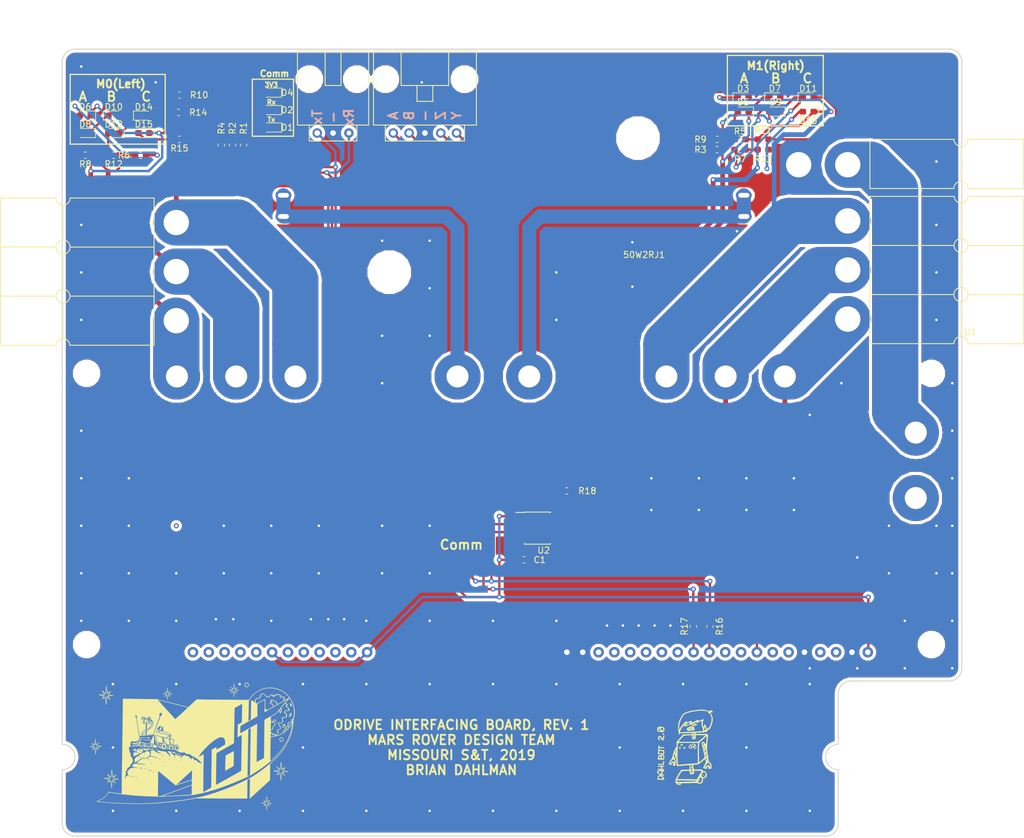
<source format=kicad_pcb>
(kicad_pcb (version 20171130) (host pcbnew "(5.0.2)-1")
  (layers (0 F.Cu signal) (31 B.Cu signal) (34 B.Paste user) (35 F.Paste user) (36 B.SilkS user) (37 F.SilkS user) (38 B.Mask user) (39 F.Mask user) (44 Edge.Cuts user))
  (net 0 "")
  (net 1 "Net-(50W2RJ1-Pad1)")
  (net 2 "Net-(50W2RJ1-Pad2)")
  (net 3 "Net-(Conn1-Pad1)")
  (net 4 "Net-(Conn1-Pad2)")
  (net 5 +3V3)
  (net 6 GND)
  (net 7 /E1_A)
  (net 8 /E1_B)
  (net 9 /E1_Z)
  (net 10 /E0_Z)
  (net 11 /E0_B)
  (net 12 /E0_A)
  (net 13 M0_A)
  (net 14 M0_B)
  (net 15 M0_C)
  (net 16 M1_B)
  (net 17 M1_A)
  (net 18 "Net-(D1-Pad2)")
  (net 19 "Net-(D2-Pad2)")
  (net 20 "Net-(D3-Pad2)")
  (net 21 "Net-(D4-Pad2)")
  (net 22 "Net-(D5-Pad2)")
  (net 23 "Net-(D6-Pad2)")
  (net 24 "Net-(D7-Pad2)")
  (net 25 "Net-(D8-Pad2)")
  (net 26 "Net-(D9-Pad2)")
  (net 27 "Net-(D10-Pad2)")
  (net 28 M1_C)
  (net 29 "Net-(D11-Pad2)")
  (net 30 "Net-(D12-Pad2)")
  (net 31 "Net-(D13-Pad2)")
  (net 32 "Net-(D14-Pad2)")
  (net 33 "Net-(D15-Pad2)")
  (net 34 CAN_L)
  (net 35 CAN_H)
  (net 36 SCK)
  (net 37 MISO)
  (net 38 MOSI)
  (net 39 GPIO_3)
  (net 40 GPIO_4)
  (net 41 GPIO_5)
  (net 42 GPIO_6)
  (net 43 GPIO_7)
  (net 44 GPIO_8)
  (net 45 Tx)
  (net 46 Rx)
  (net 47 /PV+)
  (net 48 /E1_GND)
  (net 49 /E1_5V)
  (net 50 /E1_3V3)
  (net 51 /E0_3V3)
  (net 52 /E0_5V)
  (net 53 /E0_GND)
  (net 54 /A)
  (net 55 /B)
  (net 56 /Z)
  (net 57 /Y)
  (net 58 "Net-(D5-Pad1)")
  (net 59 "Net-(D8-Pad1)")
  (net 60 "Net-(D9-Pad1)")
  (net 61 "Net-(D12-Pad1)")
  (net 62 "Net-(D13-Pad1)")
  (net 63 "Net-(D15-Pad1)")
  (net 64 GPIO1)
  (net 65 GPIO2)
  (module MRDT_Connectors:Anderson_2_Horizontal_Stacked (layer F.Cu) (at 161.036 66.548 180)
    (fp_text reference Conn3 hide)
    (fp_text value AndersonPP)
    (pad 1 thru_hole circle (at 0 0 180) (size 5.08 5.08) (drill 4.06) (layers *.Cu *.Mask F.Paste) (net 47 /PV+))
    (pad 4 thru_hole circle (at 7.874 0 180) (size 5.08 5.08) (drill 4.06) (layers *.Cu *.Mask F.Paste) (net 6 GND))
  )
  (module Footprints:PowerResistorMounts (layer F.Cu) (at 107.442 81.28)
    (fp_text reference 50W2RJ1 (at 20.930409 -0.281749) (layer F.SilkS))
    (fp_text value 50W2RJ1)
    (pad V+ thru_hole oval (at 36.9189 -6.4262) (size 2.54 1.524) (drill oval 1.778 0.762) (layers *.Cu *.Mask))
    (pad V+ thru_hole oval (at 36.9189 -9.8298) (size 2.54 1.524) (drill oval 1.778 0.762) (layers *.Cu *.Mask))
    (pad V- thru_hole oval (at -36.9189 -6.4262) (size 2.54 1.524) (drill oval 1.778 0.762) (layers *.Cu *.Mask))
    (pad V- thru_hole oval (at -36.9189 -9.8298) (size 2.54 1.524) (drill oval 1.778 0.762) (layers *.Cu *.Mask))
    (pad "" np_thru_hole circle (at 19.9517 -19) (size 6 6) (drill 6) (layers *.Cu *.Mask))
    (pad "" np_thru_hole circle (at -19.939 2.5) (size 6 6) (drill 6) (layers *.Cu *.Mask))
  )
  (module Footprints:ODriveInterfacingBoard (layer F.Cu) (at 35.052 174.244)
    (fp_text reference U1 (at 145.650717 -80.883849 180) (layer F.SilkS))
    (fp_text value ODrive)
    (pad "" np_thru_hole circle (at 3.896717 -30.732849) (size 3.4 3.4) (drill 3.4) (layers *.Cu *.Mask))
    (pad "" np_thru_hole circle (at 3.896717 -74.232849) (size 3.4 3.4) (drill 3.4) (layers *.Cu *.Mask))
    (pad "" np_thru_hole circle (at 139.396717 -74.232849) (size 3.4 3.4) (drill 3.4) (layers *.Cu *.Mask))
    (pad "" np_thru_hole circle (at 139.396717 -30.732849) (size 3.4 3.4) (drill 3.4) (layers *.Cu *.Mask))
    (pad E1_3V3 thru_hole circle (at 48.896749 -29.502849) (size 1.7 1.7) (drill 0.9) (layers *.Cu *.Mask) (net 50 /E1_3V3))
    (pad E1_5V thru_hole circle (at 46.356749 -29.502849) (size 1.7 1.7) (drill 0.9) (layers *.Cu *.Mask) (net 49 /E1_5V))
    (pad E1_A thru_hole circle (at 43.816749 -29.502849) (size 1.7 1.7) (drill 0.9) (layers *.Cu *.Mask) (net 7 /E1_A))
    (pad E1_B thru_hole circle (at 41.276749 -29.502849) (size 1.7 1.7) (drill 0.9) (layers *.Cu *.Mask) (net 8 /E1_B))
    (pad E1_Z thru_hole circle (at 38.736749 -29.502849) (size 1.7 1.7) (drill 0.9) (layers *.Cu *.Mask) (net 9 /E1_Z))
    (pad E1_GND thru_hole circle (at 36.196749 -29.502849) (size 1.7 1.7) (drill 0.9) (layers *.Cu *.Mask) (net 48 /E1_GND))
    (pad E0_3V3 thru_hole circle (at 33.656749 -29.502849) (size 1.7 1.7) (drill 0.9) (layers *.Cu *.Mask) (net 51 /E0_3V3))
    (pad E0_5V thru_hole circle (at 31.116749 -29.502849) (size 1.7 1.7) (drill 0.9) (layers *.Cu *.Mask) (net 52 /E0_5V))
    (pad E0_A thru_hole circle (at 28.576749 -29.502849) (size 1.7 1.7) (drill 0.9) (layers *.Cu *.Mask) (net 12 /E0_A))
    (pad E0_B thru_hole circle (at 26.036749 -29.502849) (size 1.7 1.7) (drill 0.9) (layers *.Cu *.Mask) (net 11 /E0_B))
    (pad E0_Z thru_hole circle (at 23.496749 -29.502849) (size 1.7 1.7) (drill 0.9) (layers *.Cu *.Mask) (net 10 /E0_Z))
    (pad E0_GND thru_hole circle (at 20.956749 -29.502849) (size 1.7 1.7) (drill 0.9) (layers *.Cu *.Mask) (net 53 /E0_GND))
    (pad GND3 thru_hole circle (at 80.936717 -29.502849) (size 1.7 1.7) (drill 0.9) (layers *.Cu *.Mask) (net 6 GND))
    (pad GND2 thru_hole circle (at 83.476717 -29.502849) (size 1.7 1.7) (drill 0.9) (layers *.Cu *.Mask) (net 6 GND))
    (pad GPIO8 thru_hole circle (at 86.016717 -29.502849) (size 1.7 1.7) (drill 0.9) (layers *.Cu *.Mask) (net 44 GPIO_8))
    (pad GPIO7 thru_hole circle (at 88.556717 -29.502849) (size 1.7 1.7) (drill 0.9) (layers *.Cu *.Mask) (net 43 GPIO_7))
    (pad GPIO6 thru_hole circle (at 91.096717 -29.502849) (size 1.7 1.7) (drill 0.9) (layers *.Cu *.Mask) (net 42 GPIO_6))
    (pad GPIO5 thru_hole circle (at 93.636717 -29.502849) (size 1.7 1.7) (drill 0.9) (layers *.Cu *.Mask) (net 41 GPIO_5))
    (pad GPIO4 thru_hole circle (at 96.176717 -29.502849) (size 1.7 1.7) (drill 0.9) (layers *.Cu *.Mask) (net 40 GPIO_4))
    (pad GPIO3 thru_hole circle (at 98.716717 -29.502849) (size 1.7 1.7) (drill 0.9) (layers *.Cu *.Mask) (net 39 GPIO_3))
    (pad GPIO2 thru_hole circle (at 101.256717 -29.502849) (size 1.7 1.7) (drill 0.9) (layers *.Cu *.Mask) (net 46 Rx))
    (pad GPIO1 thru_hole circle (at 103.796717 -29.502849) (size 1.7 1.7) (drill 0.9) (layers *.Cu *.Mask) (net 45 Tx))
    (pad MOSI thru_hole circle (at 106.336717 -29.502849) (size 1.7 1.7) (drill 0.9) (layers *.Cu *.Mask) (net 38 MOSI))
    (pad MISO thru_hole circle (at 108.876717 -29.502849) (size 1.7 1.7) (drill 0.9) (layers *.Cu *.Mask) (net 37 MISO))
    (pad SCK thru_hole circle (at 111.416717 -29.502849) (size 1.7 1.7) (drill 0.9) (layers *.Cu *.Mask) (net 36 SCK))
    (pad AGND thru_hole circle (at 113.956717 -29.502849) (size 1.7 1.7) (drill 0.9) (layers *.Cu *.Mask) (net 3 "Net-(Conn1-Pad1)"))
    (pad AVCC thru_hole circle (at 116.496717 -29.502849) (size 1.7 1.7) (drill 0.9) (layers *.Cu *.Mask) (net 4 "Net-(Conn1-Pad2)"))
    (pad GND1 thru_hole circle (at 119.036717 -29.502849) (size 1.7 1.7) (drill 0.9) (layers *.Cu *.Mask) (net 6 GND))
    (pad CAN_L thru_hole circle (at 121.576717 -29.502849) (size 1.7 1.7) (drill 0.9) (layers *.Cu *.Mask) (net 34 CAN_L))
    (pad CAN_H thru_hole circle (at 124.116717 -29.502849) (size 1.7 1.7) (drill 0.9) (layers *.Cu *.Mask) (net 35 CAN_H))
    (pad GND0 thru_hole circle (at 126.656717 -29.502849) (size 1.7 1.7) (drill 0.9) (layers *.Cu *.Mask) (net 6 GND))
    (pad 3V3 thru_hole circle (at 129.196717 -29.502849) (size 1.7 1.7) (drill 0.9) (layers *.Cu *.Mask) (net 5 +3V3))
    (pad M0_A thru_hole circle (at 18.396717 -73.732849 180) (size 7.4 7.4) (drill 3.4) (layers *.Cu *.Mask) (net 13 M0_A))
    (pad M0_B thru_hole circle (at 27.896717 -73.732849 180) (size 7.4 7.4) (drill 3.4) (layers *.Cu *.Mask) (net 14 M0_B))
    (pad M0_C thru_hole circle (at 37.396717 -73.732849 180) (size 7.4 7.4) (drill 3.4) (layers *.Cu *.Mask) (net 15 M0_C))
    (pad AUX_V+ thru_hole circle (at 63.396717 -73.732849 180) (size 7.4 7.4) (drill 3.4) (layers *.Cu *.Mask) (net 1 "Net-(50W2RJ1-Pad1)"))
    (pad AUX_V- thru_hole circle (at 74.896717 -73.732849 180) (size 7.4 7.4) (drill 3.4) (layers *.Cu *.Mask) (net 2 "Net-(50W2RJ1-Pad2)"))
    (pad M1_A thru_hole circle (at 96.896717 -73.732849 180) (size 7.4 7.4) (drill 3.4) (layers *.Cu *.Mask) (net 17 M1_A))
    (pad M1_B thru_hole circle (at 106.396717 -73.732849 180) (size 7.4 7.4) (drill 3.4) (layers *.Cu *.Mask) (net 16 M1_B))
    (pad M1_C thru_hole circle (at 115.896717 -73.732849 180) (size 7.4 7.4) (drill 3.4) (layers *.Cu *.Mask) (net 28 M1_C))
    (pad PV+ thru_hole circle (at 136.896717 -64.732849 180) (size 7.4 7.4) (drill 3.4) (layers *.Cu *.Mask))
    (pad GND thru_hole circle (at 136.896717 -54.232849 180) (size 7.4 7.4) (drill 3.4) (layers *.Cu *.Mask))
  )
  (module MRDT_Silkscreens:2_Dahlbot_2.0 (layer F.Cu) (at 134.62 160.02)
    (fp_text reference G*** hide)
    (fp_text value LOGO hide)
  )
  (module LED_SMD:LED_0603_1608Metric_Pad1.05x0.95mm_HandSolder (layer F.Cu) (at 68.58 60.579 180)
    (fp_text reference D1 (at -2.54 0 180) (layer F.SilkS))
    (fp_text value "Tx Yellow")
    (pad 1 smd roundrect (at -0.875 0 180) (size 1.05 0.95) (layers F.Cu F.Paste F.Mask) (net 6 GND))
    (pad 2 smd roundrect (at 0.875 0 180) (size 1.05 0.95) (layers F.Cu F.Paste F.Mask) (net 18 "Net-(D1-Pad2)"))
  )
  (module LED_SMD:LED_0603_1608Metric_Pad1.05x0.95mm_HandSolder (layer F.Cu) (at 68.58 57.785 180)
    (fp_text reference D2 (at -2.54 0 180) (layer F.SilkS))
    (fp_text value "Rx Yellow")
    (pad 1 smd roundrect (at -0.875 0 180) (size 1.05 0.95) (layers F.Cu F.Paste F.Mask) (net 6 GND))
    (pad 2 smd roundrect (at 0.875 0 180) (size 1.05 0.95) (layers F.Cu F.Paste F.Mask) (net 19 "Net-(D2-Pad2)"))
  )
  (module LED_SMD:LED_0603_1608Metric_Pad1.05x0.95mm_HandSolder (layer F.Cu) (at 144.258 55.753)
    (fp_text reference D3 (at 0 -1.43) (layer F.SilkS))
    (fp_text value "M1 A High Orange")
    (pad 2 smd roundrect (at 0.875 0) (size 1.05 0.95) (layers F.Cu F.Paste F.Mask) (net 20 "Net-(D3-Pad2)"))
    (pad 1 smd roundrect (at -0.875 0) (size 1.05 0.95) (layers F.Cu F.Paste F.Mask) (net 17 M1_A))
  )
  (module LED_SMD:LED_0603_1608Metric_Pad1.05x0.95mm_HandSolder (layer F.Cu) (at 68.58 54.991 180)
    (fp_text reference D4 (at -2.54 0 180) (layer F.SilkS))
    (fp_text value "3v3 Green")
    (pad 1 smd roundrect (at -0.875 0 180) (size 1.05 0.95) (layers F.Cu F.Paste F.Mask) (net 6 GND))
    (pad 2 smd roundrect (at 0.875 0 180) (size 1.05 0.95) (layers F.Cu F.Paste F.Mask) (net 21 "Net-(D4-Pad2)"))
  )
  (module LED_SMD:LED_0603_1608Metric_Pad1.05x0.95mm_HandSolder (layer F.Cu) (at 144.272 58.039 180)
    (fp_text reference D5 (at 0 1.524 180) (layer F.SilkS))
    (fp_text value "M1 A Low Orange")
    (pad 2 smd roundrect (at 0.875 0 180) (size 1.05 0.95) (layers F.Cu F.Paste F.Mask) (net 17 M1_A))
    (pad 1 smd roundrect (at -0.875 0 180) (size 1.05 0.95) (layers F.Cu F.Paste F.Mask) (net 58 "Net-(D5-Pad1)"))
  )
  (module LED_SMD:LED_0603_1608Metric_Pad1.05x0.95mm_HandSolder (layer F.Cu) (at 38.749 58.674 180)
    (fp_text reference D6 (at 0.014 1.397 180) (layer F.SilkS))
    (fp_text value "M0 A High Orange")
    (pad 2 smd roundrect (at 0.875 0 180) (size 1.05 0.95) (layers F.Cu F.Paste F.Mask) (net 23 "Net-(D6-Pad2)"))
    (pad 1 smd roundrect (at -0.875 0 180) (size 1.05 0.95) (layers F.Cu F.Paste F.Mask) (net 13 M0_A))
  )
  (module LED_SMD:LED_0603_1608Metric_Pad1.05x0.95mm_HandSolder (layer F.Cu) (at 149.338 55.753)
    (fp_text reference D7 (at 0 -1.43) (layer F.SilkS))
    (fp_text value "M1 B High Orange")
    (pad 1 smd roundrect (at -0.875 0) (size 1.05 0.95) (layers F.Cu F.Paste F.Mask) (net 16 M1_B))
    (pad 2 smd roundrect (at 0.875 0) (size 1.05 0.95) (layers F.Cu F.Paste F.Mask) (net 24 "Net-(D7-Pad2)"))
  )
  (module LED_SMD:LED_0603_1608Metric_Pad1.05x0.95mm_HandSolder (layer F.Cu) (at 38.749 61.468 180)
    (fp_text reference D8 (at 0.014 1.397 180) (layer F.SilkS))
    (fp_text value "M0 A Low Orange")
    (pad 1 smd roundrect (at -0.875 0 180) (size 1.05 0.95) (layers F.Cu F.Paste F.Mask) (net 59 "Net-(D8-Pad1)"))
    (pad 2 smd roundrect (at 0.875 0 180) (size 1.05 0.95) (layers F.Cu F.Paste F.Mask) (net 13 M0_A))
  )
  (module LED_SMD:LED_0603_1608Metric_Pad1.05x0.95mm_HandSolder (layer F.Cu) (at 149.338 58.039 180)
    (fp_text reference D9 (at -0.141 1.524 180) (layer F.SilkS))
    (fp_text value "M1 B Low Orange")
    (pad 2 smd roundrect (at 0.875 0 180) (size 1.05 0.95) (layers F.Cu F.Paste F.Mask) (net 16 M1_B))
    (pad 1 smd roundrect (at -0.875 0 180) (size 1.05 0.95) (layers F.Cu F.Paste F.Mask) (net 60 "Net-(D9-Pad1)"))
  )
  (module LED_SMD:LED_0603_1608Metric_Pad1.05x0.95mm_HandSolder (layer F.Cu) (at 43.321 58.674)
    (fp_text reference D10 (at -0.014 -1.397) (layer F.SilkS))
    (fp_text value "M0 B High Orange")
    (pad 1 smd roundrect (at -0.875 0) (size 1.05 0.95) (layers F.Cu F.Paste F.Mask) (net 14 M0_B))
    (pad 2 smd roundrect (at 0.875 0) (size 1.05 0.95) (layers F.Cu F.Paste F.Mask) (net 27 "Net-(D10-Pad2)"))
  )
  (module LED_SMD:LED_0603_1608Metric_Pad1.05x0.95mm_HandSolder (layer F.Cu) (at 154.7 55.753)
    (fp_text reference D11 (at 0 -1.43) (layer F.SilkS))
    (fp_text value "M1 C High Orange")
    (pad 1 smd roundrect (at -0.875 0) (size 1.05 0.95) (layers F.Cu F.Paste F.Mask) (net 28 M1_C))
    (pad 2 smd roundrect (at 0.875 0) (size 1.05 0.95) (layers F.Cu F.Paste F.Mask) (net 29 "Net-(D11-Pad2)"))
  )
  (module LED_SMD:LED_0603_1608Metric_Pad1.05x0.95mm_HandSolder (layer F.Cu) (at 43.321 61.468 180)
    (fp_text reference D12 (at 0.014 1.397 180) (layer F.SilkS))
    (fp_text value "M0 B Low Orange")
    (pad 2 smd roundrect (at 0.875 0 180) (size 1.05 0.95) (layers F.Cu F.Paste F.Mask) (net 14 M0_B))
    (pad 1 smd roundrect (at -0.875 0 180) (size 1.05 0.95) (layers F.Cu F.Paste F.Mask) (net 61 "Net-(D12-Pad1)"))
  )
  (module LED_SMD:LED_0603_1608Metric_Pad1.05x0.95mm_HandSolder (layer F.Cu) (at 154.7 58.039 180)
    (fp_text reference D13 (at 0 -1.43 180) (layer F.SilkS))
    (fp_text value "M1 C Low Orange")
    (pad 2 smd roundrect (at 0.875 0 180) (size 1.05 0.95) (layers F.Cu F.Paste F.Mask) (net 28 M1_C))
    (pad 1 smd roundrect (at -0.875 0 180) (size 1.05 0.95) (layers F.Cu F.Paste F.Mask) (net 62 "Net-(D13-Pad1)"))
  )
  (module LED_SMD:LED_0603_1608Metric_Pad1.05x0.95mm_HandSolder (layer F.Cu) (at 48.119 58.674)
    (fp_text reference D14 (at 0.014 -1.397) (layer F.SilkS))
    (fp_text value "M0 C High Orange")
    (pad 2 smd roundrect (at 0.875 0) (size 1.05 0.95) (layers F.Cu F.Paste F.Mask) (net 32 "Net-(D14-Pad2)"))
    (pad 1 smd roundrect (at -0.875 0) (size 1.05 0.95) (layers F.Cu F.Paste F.Mask) (net 15 M0_C))
  )
  (module LED_SMD:LED_0603_1608Metric_Pad1.05x0.95mm_HandSolder (layer F.Cu) (at 48.147 61.468 180)
    (fp_text reference D15 (at 0.014 1.397 180) (layer F.SilkS))
    (fp_text value "M0 C Low Orange")
    (pad 1 smd roundrect (at -0.875 0 180) (size 1.05 0.95) (layers F.Cu F.Paste F.Mask) (net 63 "Net-(D15-Pad1)"))
    (pad 2 smd roundrect (at 0.875 0 180) (size 1.05 0.95) (layers F.Cu F.Paste F.Mask) (net 15 M0_C))
  )
  (module Resistor_SMD:R_0603_1608Metric_Pad1.05x0.95mm_HandSolder (layer F.Cu) (at 64.135 63.387 90)
    (fp_text reference R1 (at 2.681 0 90) (layer F.SilkS))
    (fp_text value 1.5k)
    (pad 1 smd roundrect (at -0.875 0 90) (size 1.05 0.95) (layers F.Cu F.Paste F.Mask) (net 64 GPIO1))
    (pad 2 smd roundrect (at 0.875 0 90) (size 1.05 0.95) (layers F.Cu F.Paste F.Mask) (net 18 "Net-(D1-Pad2)"))
  )
  (module Resistor_SMD:R_0603_1608Metric_Pad1.05x0.95mm_HandSolder (layer F.Cu) (at 62.357 63.387 90)
    (fp_text reference R2 (at 2.681 0 90) (layer F.SilkS))
    (fp_text value 1.5k)
    (pad 2 smd roundrect (at 0.875 0 90) (size 1.05 0.95) (layers F.Cu F.Paste F.Mask) (net 19 "Net-(D2-Pad2)"))
    (pad 1 smd roundrect (at -0.875 0 90) (size 1.05 0.95) (layers F.Cu F.Paste F.Mask) (net 65 GPIO2))
  )
  (module Resistor_SMD:R_0603_1608Metric_Pad1.05x0.95mm_HandSolder (layer F.Cu) (at 140.067 64.135 180)
    (fp_text reference R3 (at 2.653 0 180) (layer F.SilkS))
    (fp_text value 1.5k)
    (pad 1 smd roundrect (at -0.875 0 180) (size 1.05 0.95) (layers F.Cu F.Paste F.Mask) (net 16 M1_B))
    (pad 2 smd roundrect (at 0.875 0 180) (size 1.05 0.95) (layers F.Cu F.Paste F.Mask) (net 20 "Net-(D3-Pad2)"))
  )
  (module Resistor_SMD:R_0603_1608Metric_Pad1.05x0.95mm_HandSolder (layer F.Cu) (at 60.579 63.387 90)
    (fp_text reference R4 (at 2.681 0 90) (layer F.SilkS))
    (fp_text value 1.5k)
    (pad 1 smd roundrect (at -0.875 0 90) (size 1.05 0.95) (layers F.Cu F.Paste F.Mask) (net 5 +3V3))
    (pad 2 smd roundrect (at 0.875 0 90) (size 1.05 0.95) (layers F.Cu F.Paste F.Mask) (net 21 "Net-(D4-Pad2)"))
  )
  (module Resistor_SMD:R_0603_1608Metric_Pad1.05x0.95mm_HandSolder (layer F.Cu) (at 143.778 62.484 180)
    (fp_text reference R5 (at 0.014 1.27 180) (layer F.SilkS))
    (fp_text value 1.5k)
    (pad 2 smd roundrect (at 0.875 0 180) (size 1.05 0.95) (layers F.Cu F.Paste F.Mask) (net 16 M1_B))
    (pad 1 smd roundrect (at -0.875 0 180) (size 1.05 0.95) (layers F.Cu F.Paste F.Mask) (net 58 "Net-(D5-Pad1)"))
  )
  (module Resistor_SMD:R_0603_1608Metric_Pad1.05x0.95mm_HandSolder (layer F.Cu) (at 47.611 65.024)
    (fp_text reference R6 (at -2.653 0) (layer F.SilkS))
    (fp_text value 1.5k)
    (pad 2 smd roundrect (at 0.875 0) (size 1.05 0.95) (layers F.Cu F.Paste F.Mask) (net 23 "Net-(D6-Pad2)"))
    (pad 1 smd roundrect (at -0.875 0) (size 1.05 0.95) (layers F.Cu F.Paste F.Mask) (net 14 M0_B))
  )
  (module Resistor_SMD:R_0603_1608Metric_Pad1.05x0.95mm_HandSolder (layer F.Cu) (at 143.75 64.135 180)
    (fp_text reference R7 (at -0.014 -1.524 180) (layer F.SilkS))
    (fp_text value 1.5k)
    (pad 1 smd roundrect (at -0.875 0 180) (size 1.05 0.95) (layers F.Cu F.Paste F.Mask) (net 28 M1_C))
    (pad 2 smd roundrect (at 0.875 0 180) (size 1.05 0.95) (layers F.Cu F.Paste F.Mask) (net 24 "Net-(D7-Pad2)"))
  )
  (module Resistor_SMD:R_0603_1608Metric_Pad1.05x0.95mm_HandSolder (layer F.Cu) (at 38.749 65.024 180)
    (fp_text reference R8 (at 0 -1.43 180) (layer F.SilkS))
    (fp_text value 1.5k)
    (pad 1 smd roundrect (at -0.875 0 180) (size 1.05 0.95) (layers F.Cu F.Paste F.Mask) (net 59 "Net-(D8-Pad1)"))
    (pad 2 smd roundrect (at 0.875 0 180) (size 1.05 0.95) (layers F.Cu F.Paste F.Mask) (net 14 M0_B))
  )
  (module Resistor_SMD:R_0603_1608Metric_Pad1.05x0.95mm_HandSolder (layer F.Cu) (at 140.095 62.484)
    (fp_text reference R9 (at -2.681 0) (layer F.SilkS))
    (fp_text value 1.5k)
    (pad 2 smd roundrect (at 0.875 0) (size 1.05 0.95) (layers F.Cu F.Paste F.Mask) (net 28 M1_C))
    (pad 1 smd roundrect (at -0.875 0) (size 1.05 0.95) (layers F.Cu F.Paste F.Mask) (net 60 "Net-(D9-Pad1)"))
  )
  (module Resistor_SMD:R_0603_1608Metric_Pad1.05x0.95mm_HandSolder (layer F.Cu) (at 53.848 55.372 180)
    (fp_text reference R10 (at -3.161 0 180) (layer F.SilkS))
    (fp_text value 1.5k)
    (pad 2 smd roundrect (at 0.875 0 180) (size 1.05 0.95) (layers F.Cu F.Paste F.Mask) (net 27 "Net-(D10-Pad2)"))
    (pad 1 smd roundrect (at -0.875 0 180) (size 1.05 0.95) (layers F.Cu F.Paste F.Mask) (net 15 M0_C))
  )
  (module Resistor_SMD:R_0603_1608Metric_Pad1.05x0.95mm_HandSolder (layer F.Cu) (at 147.461 62.484)
    (fp_text reference R11 (at 0 -1.397) (layer F.SilkS))
    (fp_text value 1.5k)
    (pad 1 smd roundrect (at -0.875 0) (size 1.05 0.95) (layers F.Cu F.Paste F.Mask) (net 17 M1_A))
    (pad 2 smd roundrect (at 0.875 0) (size 1.05 0.95) (layers F.Cu F.Paste F.Mask) (net 29 "Net-(D11-Pad2)"))
  )
  (module Resistor_SMD:R_0603_1608Metric_Pad1.05x0.95mm_HandSolder (layer F.Cu) (at 43.293 65.024 180)
    (fp_text reference R12 (at 0 -1.43 180) (layer F.SilkS))
    (fp_text value 1.5k)
    (pad 2 smd roundrect (at 0.875 0 180) (size 1.05 0.95) (layers F.Cu F.Paste F.Mask) (net 15 M0_C))
    (pad 1 smd roundrect (at -0.875 0 180) (size 1.05 0.95) (layers F.Cu F.Paste F.Mask) (net 61 "Net-(D12-Pad1)"))
  )
  (module Resistor_SMD:R_0603_1608Metric_Pad1.05x0.95mm_HandSolder (layer F.Cu) (at 147.447 64.135)
    (fp_text reference R13 (at 0 1.524) (layer F.SilkS))
    (fp_text value 1.5k)
    (pad 2 smd roundrect (at 0.875 0) (size 1.05 0.95) (layers F.Cu F.Paste F.Mask) (net 17 M1_A))
    (pad 1 smd roundrect (at -0.875 0) (size 1.05 0.95) (layers F.Cu F.Paste F.Mask) (net 62 "Net-(D13-Pad1)"))
  )
  (module Resistor_SMD:R_0603_1608Metric_Pad1.05x0.95mm_HandSolder (layer F.Cu) (at 53.707 58.166 180)
    (fp_text reference R14 (at -3.161 0 180) (layer F.SilkS))
    (fp_text value 1.5k)
    (pad 1 smd roundrect (at -0.875 0 180) (size 1.05 0.95) (layers F.Cu F.Paste F.Mask) (net 13 M0_A))
    (pad 2 smd roundrect (at 0.875 0 180) (size 1.05 0.95) (layers F.Cu F.Paste F.Mask) (net 32 "Net-(D14-Pad2)"))
  )
  (module Resistor_SMD:R_0603_1608Metric_Pad1.05x0.95mm_HandSolder (layer F.Cu) (at 53.848 62.484 180)
    (fp_text reference R15 (at 0 -1.43 180) (layer F.SilkS))
    (fp_text value 1.5k)
    (pad 1 smd roundrect (at -0.875 0 180) (size 1.05 0.95) (layers F.Cu F.Paste F.Mask) (net 63 "Net-(D15-Pad1)"))
    (pad 2 smd roundrect (at 0.875 0 180) (size 1.05 0.95) (layers F.Cu F.Paste F.Mask) (net 13 M0_A))
  )
  (module MRDT_Connectors:Anderson_3_Horizontal_Side_by_Side (layer F.Cu) (at 49.784 95.504)
    (fp_text reference Conn7 hide)
    (fp_text value M0_A)
    (pad 3 thru_hole circle (at 3.556 -3.937) (size 5.08 5.08) (drill 4.06) (layers *.Cu *.Mask F.Paste) (net 13 M0_A))
    (pad 2 thru_hole circle (at 3.556 -11.811) (size 5.08 5.08) (drill 4.06) (layers *.Cu *.Mask F.Paste) (net 14 M0_B))
    (pad 1 thru_hole circle (at 3.556 -19.685) (size 5.08 5.08) (drill 4.06) (layers *.Cu *.Mask F.Paste) (net 15 M0_C))
  )
  (module MRDT_Connectors:Anderson_3_Horizontal_Side_by_Side (layer F.Cu) (at 164.592 71.628 180)
    (fp_text reference Conn8 hide)
    (fp_text value M1_A)
    (pad 1 thru_hole circle (at 3.556 -19.685 180) (size 5.08 5.08) (drill 4.06) (layers *.Cu *.Mask F.Paste) (net 28 M1_C))
    (pad 2 thru_hole circle (at 3.556 -11.811 180) (size 5.08 5.08) (drill 4.06) (layers *.Cu *.Mask F.Paste) (net 16 M1_B))
    (pad 3 thru_hole circle (at 3.556 -3.937 180) (size 5.08 5.08) (drill 4.06) (layers *.Cu *.Mask F.Paste) (net 17 M1_A))
  )
  (module Capacitor_SMD:C_0603_1608Metric_Pad1.05x0.95mm_HandSolder (layer F.Cu) (at 109.093 129.921)
    (fp_text reference C1 (at 2.54 0) (layer F.SilkS))
    (fp_text value .1u)
    (pad 1 smd roundrect (at -0.875 0) (size 1.05 0.95) (layers F.Cu F.Paste F.Mask) (net 5 +3V3))
    (pad 2 smd roundrect (at 0.875 0) (size 1.05 0.95) (layers F.Cu F.Paste F.Mask) (net 6 GND))
  )
  (module Resistor_SMD:R_0603_1608Metric_Pad1.05x0.95mm_HandSolder (layer F.Cu) (at 138.938 140.603 270)
    (fp_text reference R16 (at 0 -1.524 270) (layer F.SilkS))
    (fp_text value 0)
    (pad 1 smd roundrect (at -0.875 0 270) (size 1.05 0.95) (layers F.Cu F.Paste F.Mask) (net 45 Tx))
    (pad 2 smd roundrect (at 0.875 0 270) (size 1.05 0.95) (layers F.Cu F.Paste F.Mask) (net 45 Tx))
  )
  (module Resistor_SMD:R_0603_1608Metric_Pad1.05x0.95mm_HandSolder (layer F.Cu) (at 136.271 140.603 90)
    (fp_text reference R17 (at 0 -1.43 90) (layer F.SilkS))
    (fp_text value 0)
    (pad 2 smd roundrect (at 0.875 0 90) (size 1.05 0.95) (layers F.Cu F.Paste F.Mask) (net 46 Rx))
    (pad 1 smd roundrect (at -0.875 0 90) (size 1.05 0.95) (layers F.Cu F.Paste F.Mask) (net 46 Rx))
  )
  (module Package_SO:SOIC-8_3.9x4.9mm_P1.27mm (layer F.Cu) (at 111.252 124.841)
    (fp_text reference U2 (at 1.016 3.556) (layer F.SilkS))
    (fp_text value MAX3077E)
    (pad 1 smd rect (at -2.7 -1.905) (size 1.55 0.6) (layers F.Cu F.Paste F.Mask) (net 5 +3V3))
    (pad 2 smd rect (at -2.7 -0.635) (size 1.55 0.6) (layers F.Cu F.Paste F.Mask) (net 46 Rx))
    (pad 3 smd rect (at -2.7 0.635) (size 1.55 0.6) (layers F.Cu F.Paste F.Mask) (net 45 Tx))
    (pad 4 smd rect (at -2.7 1.905) (size 1.55 0.6) (layers F.Cu F.Paste F.Mask) (net 6 GND))
    (pad 5 smd rect (at 2.7 1.905) (size 1.55 0.6) (layers F.Cu F.Paste F.Mask) (net 57 /Y))
    (pad 6 smd rect (at 2.7 0.635) (size 1.55 0.6) (layers F.Cu F.Paste F.Mask) (net 56 /Z))
    (pad 7 smd rect (at 2.7 -0.635) (size 1.55 0.6) (layers F.Cu F.Paste F.Mask) (net 55 /B))
    (pad 8 smd rect (at 2.7 -1.905) (size 1.55 0.6) (layers F.Cu F.Paste F.Mask) (net 54 /A))
  )
  (module Resistor_SMD:R_0603_1608Metric_Pad1.05x0.95mm_HandSolder (layer F.Cu) (at 115.965 118.872 180)
    (fp_text reference R18 (at -3.302 0 180) (layer F.SilkS))
    (fp_text value 120)
    (pad 1 smd roundrect (at -0.875 0 180) (size 1.05 0.95) (layers F.Cu F.Paste F.Mask) (net 55 /B))
    (pad 2 smd roundrect (at 0.875 0 180) (size 1.05 0.95) (layers F.Cu F.Paste F.Mask) (net 54 /A))
  )
  (module MRDT_Connectors:MOLEX_SL_03_Horizontal (layer F.Cu) (at 78.486 61.468)
    (fp_text reference Conn9 hide)
    (fp_text value Molex_SL_03)
    (pad 1 thru_hole circle (at -2.54 0) (size 1.524 1.524) (drill 0.9) (layers *.Cu *.Mask) (net 45 Tx))
    (pad 2 thru_hole circle (at 0 0) (size 1.524 1.524) (drill 0.9) (layers *.Cu *.Mask) (net 6 GND))
    (pad 3 thru_hole circle (at 2.54 0) (size 1.524 1.524) (drill 0.762) (layers *.Cu *.Mask) (net 46 Rx))
    (pad "" np_thru_hole circle (at -3.81 -8.636) (size 3.45 3.45) (drill 3.45) (layers *.Cu *.Mask))
    (pad "" np_thru_hole circle (at 3.81 -8.636) (size 3.45 3.45) (drill 3.45) (layers *.Cu *.Mask))
  )
  (module MRDT_Connectors:MOLEX_SL_05_Horizontal (layer F.Cu) (at 93.218 61.468)
    (fp_text reference Conn10 hide)
    (fp_text value Molex_SL_05)
    (pad 1 thru_hole circle (at -5.08 0) (size 1.524 1.524) (drill 0.9) (layers *.Cu *.Mask) (net 54 /A))
    (pad 2 thru_hole circle (at -2.54 0) (size 1.524 1.524) (drill 0.9) (layers *.Cu *.Mask) (net 55 /B))
    (pad 3 thru_hole circle (at 0 0) (size 1.524 1.524) (drill 0.9) (layers *.Cu *.Mask) (net 6 GND))
    (pad 4 thru_hole circle (at 2.54 0) (size 1.524 1.524) (drill 0.9) (layers *.Cu *.Mask) (net 56 /Z))
    (pad 5 thru_hole circle (at 5.08 0) (size 1.524 1.524) (drill 0.9) (layers *.Cu *.Mask) (net 57 /Y))
    (pad "" np_thru_hole circle (at -6.35 -8.636) (size 3.45 3.45) (drill 3.45) (layers *.Cu *.Mask))
    (pad "" np_thru_hole circle (at 6.35 -8.636) (size 3.45 3.45) (drill 3.45) (layers *.Cu *.Mask))
  )
  (module MRDT_Silkscreens:0_MRDT_Retro_Logo_34mmX21.5mm (layer F.Cu) (at 55.88 160.02)
    (fp_text reference G*** hide)
    (fp_text value LOGO hide)
  )
  (gr_text A (at 88.138 58.674 90) (layer B.SilkS) (effects (font (size 1.5 1.5) (thickness 0.3)) (justify mirror)))
  (gr_text Y (at 98.298 58.674 90) (layer B.SilkS) (effects (font (size 1.5 1.5) (thickness 0.3)) (justify mirror)))
  (gr_text B (at 90.678 58.674 90) (layer B.SilkS) (effects (font (size 1.5 1.5) (thickness 0.3)) (justify mirror)))
  (gr_text Z (at 95.758 58.674 90) (layer B.SilkS) (effects (font (size 1.5 1.5) (thickness 0.3)) (justify mirror)))
  (gr_text - (at 93.218 58.674 90) (layer B.SilkS) (effects (font (size 1.5 1.5) (thickness 0.3)) (justify mirror)))
  (gr_text Rx (at 81.026 58.928 90) (layer B.SilkS) (effects (font (size 1.5 1.5) (thickness 0.3)) (justify mirror)))
  (gr_text - (at 78.486 58.928 90) (layer B.SilkS) (effects (font (size 1.5 1.5) (thickness 0.3)) (justify mirror)))
  (gr_text Tx (at 75.946 58.928 90) (layer B.SilkS) (effects (font (size 1.5 1.5) (thickness 0.3)) (justify mirror)))
  (gr_line (start 72.136 52.832) (end 72.136 61.976) (layer F.SilkS) (width 0.2))
  (gr_line (start 65.532 52.832) (end 72.136 52.832) (layer F.SilkS) (width 0.2))
  (gr_line (start 65.532 61.976) (end 65.532 52.832) (layer F.SilkS) (width 0.2))
  (gr_line (start 72.136 61.976) (end 65.532 61.976) (layer F.SilkS) (width 0.2))
  (gr_line (start 157.099 49.022) (end 157.099 49.53) (layer F.SilkS) (width 0.2))
  (gr_line (start 141.732 49.022) (end 157.099 49.022) (layer F.SilkS) (width 0.2))
  (gr_line (start 141.732 60.325) (end 141.732 49.022) (layer F.SilkS) (width 0.2))
  (gr_line (start 157.099 60.325) (end 141.732 60.325) (layer F.SilkS) (width 0.2))
  (gr_line (start 35.052 159.512) (end 35.052 53.086) (layer Edge.Cuts) (width 0.15))
  (gr_line (start 179.324 52.07) (end 179.324 147.32) (layer Edge.Cuts) (width 0.15))
  (gr_line (start 179.324 52.07) (end 179.324 50.038) (layer Edge.Cuts) (width 0.15))
  (gr_line (start 35.052 53.086) (end 35.052 50.038) (layer Edge.Cuts) (width 0.15))
  (gr_line (start 37.846 63.246) (end 51.562 63.246) (layer F.SilkS) (width 0.2))
  (gr_text "ODRIVE INTERFACING BOARD, REV. 1\nMARS ROVER DESIGN TEAM\nMISSOURI S&T, 2019\nBRIAN DAHLMAN" (at 99.06 160.02) (layer F.SilkS) (effects (font (size 1.5 1.5) (thickness 0.3))))
  (gr_text Comm (at 99.06 127.508) (layer F.SilkS) (effects (font (size 1.5 1.5) (thickness 0.3))))
  (gr_text Rx (at 68.58 56.515) (layer F.SilkS) (effects (font (size 0.762 0.762) (thickness 0.1905))))
  (gr_text Tx (at 68.58 59.309) (layer F.SilkS) (effects (font (size 0.762 0.762) (thickness 0.1905))))
  (gr_text 3V3 (at 68.58 53.721) (layer F.SilkS) (effects (font (size 0.762 0.762) (thickness 0.1905))))
  (gr_line (start 37.846 63.246) (end 36.322 63.246) (layer F.SilkS) (width 0.2))
  (gr_text A (at 144.399 52.705) (layer F.SilkS) (effects (font (size 1.5 1.5) (thickness 0.3))))
  (gr_text B (at 149.479 52.705) (layer F.SilkS) (effects (font (size 1.5 1.5) (thickness 0.3))))
  (gr_text C (at 154.559 52.705) (layer F.SilkS) (effects (font (size 1.5 1.5) (thickness 0.3))))
  (gr_text C (at 48.514 55.626) (layer F.SilkS) (effects (font (size 1.5 1.5) (thickness 0.3))))
  (gr_text B (at 42.926 55.626) (layer F.SilkS) (effects (font (size 1.5 1.5) (thickness 0.3))))
  (gr_text A (at 38.354 55.626) (layer F.SilkS) (effects (font (size 1.5 1.5) (thickness 0.3))))
  (gr_text "M1(Right)" (at 149.479 50.673) (layer F.SilkS) (effects (font (size 1.27 1.27) (thickness 0.3))))
  (gr_text "M0(Left)" (at 44.45 53.594) (layer F.SilkS) (effects (font (size 1.27 1.27) (thickness 0.3))))
  (gr_text Comm (at 69.088 51.943) (layer F.SilkS) (effects (font (size 1.016 1.016) (thickness 0.254))))
  (gr_line (start 51.562 52.07) (end 51.562 63.246) (layer F.SilkS) (width 0.2))
  (gr_line (start 36.322 52.07) (end 51.562 52.07) (layer F.SilkS) (width 0.2))
  (gr_line (start 36.322 52.07) (end 36.322 63.246) (layer F.SilkS) (width 0.2))
  (gr_line (start 157.099 60.325) (end 157.099 49.149) (layer F.SilkS) (width 0.2))
  (gr_line (start 37.084 48.006) (end 177.292 48.006) (layer Edge.Cuts) (width 0.15))
  (gr_arc (start 37.084 50.038) (end 37.084 48.006) (angle -90) (layer Edge.Cuts) (width 0.15))
  (gr_arc (start 157.48 172.212) (end 157.48 174.244) (angle -90) (layer Edge.Cuts) (width 0.15))
  (gr_arc (start 159.512 161.544) (end 159.512 159.512) (angle -180) (layer Edge.Cuts) (width 0.15))
  (gr_arc (start 161.544 151.384) (end 161.544 149.352) (angle -90) (layer Edge.Cuts) (width 0.15))
  (gr_arc (start 177.292 147.32) (end 177.292 149.352) (angle -90) (layer Edge.Cuts) (width 0.15))
  (gr_arc (start 177.292 50.038) (end 179.324 50.038) (angle -90) (layer Edge.Cuts) (width 0.15))
  (gr_arc (start 35.052 161.544) (end 35.052 163.576) (angle -180) (layer Edge.Cuts) (width 0.15))
  (gr_arc (start 37.084 172.212) (end 35.052 172.212) (angle -90) (layer Edge.Cuts) (width 0.15))
  (gr_line (start 157.48 174.244) (end 37.084 174.244) (layer Edge.Cuts) (width 0.15))
  (gr_line (start 159.512 163.576) (end 159.512 172.212) (layer Edge.Cuts) (width 0.15))
  (gr_line (start 159.512 151.384) (end 159.512 159.512) (layer Edge.Cuts) (width 0.15))
  (gr_line (start 177.292 149.352) (end 161.544 149.352) (layer Edge.Cuts) (width 0.15))
  (gr_line (start 35.052 172.212) (end 35.052 163.576) (layer Edge.Cuts) (width 0.15))
  (via (at 53.34 124.46) (size 0.8) (drill 0.4) (layers F.Cu B.Cu) (net 0))
  (segment (start 98.448717 76.708) (end 98.448717 100.511151) (width 2.286) (layer B.Cu) (net 1))
  (segment (start 98.448717 76.708) (end 96.594517 74.8538) (width 2.286) (layer B.Cu) (net 1))
  (segment (start 96.594517 74.8538) (end 70.5231 74.8538) (width 2.286) (layer B.Cu) (net 1))
  (segment (start 70.5231 74.8538) (end 70.5231 71.4502) (width 2.286) (layer B.Cu) (net 1))
  (segment (start 109.948717 76.581) (end 109.948717 100.511151) (width 2.286) (layer B.Cu) (net 2))
  (segment (start 109.948717 76.581) (end 111.675917 74.8538) (width 2.286) (layer B.Cu) (net 2))
  (segment (start 111.675917 74.8538) (end 144.3609 74.8538) (width 2.286) (layer B.Cu) (net 2))
  (segment (start 144.3609 71.4502) (end 144.3609 74.8538) (width 2.286) (layer B.Cu) (net 2))
  (segment (start 164.338 144.651868) (end 164.248717 144.741151) (width 0.381) (layer F.Cu) (net 5))
  (segment (start 164.338 137.668) (end 164.338 138.176) (width 0.381) (layer F.Cu) (net 5))
  (segment (start 164.338 138.176) (end 164.338 144.651868) (width 0.381) (layer F.Cu) (net 5))
  (via (at 164.338 135.89) (size 0.8) (drill 0.4) (layers F.Cu B.Cu) (net 5))
  (segment (start 164.338 137.922) (end 164.338 138.176) (width 0.381) (layer F.Cu) (net 5))
  (segment (start 107.188 135.89) (end 105.156 135.89) (width 0.381) (layer B.Cu) (net 5))
  (segment (start 107.188 135.89) (end 164.338 135.89) (width 0.381) (layer B.Cu) (net 5))
  (segment (start 68.708749 144.741151) (end 70.271598 146.304) (width 0.381) (layer B.Cu) (net 5))
  (segment (start 82.3859 146.304) (end 83.948749 144.741151) (width 0.381) (layer B.Cu) (net 5))
  (segment (start 70.271598 146.304) (end 82.3859 146.304) (width 0.381) (layer B.Cu) (net 5))
  (segment (start 164.338 136.652) (end 164.338 135.89) (width 0.381) (layer F.Cu) (net 5))
  (segment (start 164.338 136.652) (end 164.338 136.144) (width 0.381) (layer F.Cu) (net 5))
  (segment (start 164.338 137.922) (end 164.338 136.652) (width 0.381) (layer F.Cu) (net 5))
  (via (at 105.156 135.89) (size 0.8) (drill 0.4) (layers F.Cu B.Cu) (net 5))
  (segment (start 92.7999 135.89) (end 90.5139 138.176) (width 0.381) (layer B.Cu) (net 5))
  (segment (start 105.156 135.89) (end 92.7999 135.89) (width 0.381) (layer B.Cu) (net 5))
  (segment (start 83.948749 144.741151) (end 90.5139 138.176) (width 0.381) (layer B.Cu) (net 5))
  (segment (start 90.5139 138.176) (end 90.7679 137.922) (width 0.381) (layer B.Cu) (net 5))
  (segment (start 99.822 135.89) (end 97.282 133.35) (width 0.381) (layer F.Cu) (net 5))
  (segment (start 105.156 135.89) (end 99.822 135.89) (width 0.381) (layer F.Cu) (net 5))
  (segment (start 105.156 135.89) (end 105.156 129.921) (width 0.381) (layer F.Cu) (net 5))
  (via (at 105.156 129.921) (size 0.8) (drill 0.4) (layers F.Cu B.Cu) (net 5))
  (segment (start 105.156 129.921) (end 108.218 129.921) (width 0.381) (layer F.Cu) (net 5))
  (segment (start 105.156 129.921) (end 105.156 129.355315) (width 0.381) (layer B.Cu) (net 5))
  (via (at 105.156 122.936) (size 0.8) (drill 0.4) (layers F.Cu B.Cu) (net 5))
  (segment (start 105.156 129.355315) (end 105.156 122.936) (width 0.381) (layer B.Cu) (net 5))
  (segment (start 105.156 122.936) (end 108.552 122.936) (width 0.381) (layer F.Cu) (net 5))
  (segment (start 64.77 68.453) (end 60.579 64.262) (width 0.381) (layer F.Cu) (net 5))
  (segment (start 97.282 133.251) (end 97.282 123.952) (width 0.381) (layer F.Cu) (net 5))
  (segment (start 97.282 123.952) (end 77.724 104.394) (width 0.381) (layer F.Cu) (net 5))
  (segment (start 77.724 71.374) (end 77.724 69.469) (width 0.381) (layer F.Cu) (net 5))
  (segment (start 77.724 71.374) (end 77.724 71.12) (width 0.381) (layer F.Cu) (net 5))
  (segment (start 77.724 104.394) (end 77.724 71.374) (width 0.381) (layer F.Cu) (net 5))
  (segment (start 76.708 68.453) (end 74.803 68.453) (width 0.381) (layer F.Cu) (net 5))
  (segment (start 77.724 69.469) (end 76.708 68.453) (width 0.381) (layer F.Cu) (net 5))
  (segment (start 75.057 68.453) (end 74.803 68.453) (width 0.381) (layer F.Cu) (net 5))
  (segment (start 74.803 68.453) (end 64.77 68.453) (width 0.381) (layer F.Cu) (net 5))
  (via (at 126.492 78.994) (size 0.8) (drill 0.4) (layers F.Cu B.Cu) (net 6))
  (via (at 126.492 86.106) (size 0.8) (drill 0.4) (layers F.Cu B.Cu) (net 6))
  (via (at 59.69 139.446) (size 0.8) (drill 0.4) (layers F.Cu B.Cu) (net 6))
  (via (at 62.484 139.446) (size 0.8) (drill 0.4) (layers F.Cu B.Cu) (net 6))
  (via (at 74.93 139.446) (size 0.8) (drill 0.4) (layers F.Cu B.Cu) (net 6))
  (via (at 77.724 139.446) (size 0.8) (drill 0.4) (layers F.Cu B.Cu) (net 6))
  (via (at 80.264 139.446) (size 0.8) (drill 0.4) (layers F.Cu B.Cu) (net 6))
  (via (at 122.428 140.462) (size 0.8) (drill 0.4) (layers F.Cu B.Cu) (net 6))
  (via (at 124.968 140.462) (size 0.8) (drill 0.4) (layers F.Cu B.Cu) (net 6))
  (via (at 127.508 140.462) (size 0.8) (drill 0.4) (layers F.Cu B.Cu) (net 6))
  (via (at 130.048 140.462) (size 0.8) (drill 0.4) (layers F.Cu B.Cu) (net 6))
  (via (at 132.588 140.462) (size 0.8) (drill 0.4) (layers F.Cu B.Cu) (net 6))
  (via (at 143.256 77.216) (size 0.8) (drill 0.4) (layers F.Cu B.Cu) (net 6))
  (via (at 86.36 124.46) (size 0.8) (drill 0.4) (layers F.Cu B.Cu) (net 6))
  (via (at 86.36 132.08) (size 0.8) (drill 0.4) (layers F.Cu B.Cu) (net 6))
  (via (at 83.82 139.7) (size 0.8) (drill 0.4) (layers F.Cu B.Cu) (net 6))
  (via (at 93.98 139.7) (size 0.8) (drill 0.4) (layers F.Cu B.Cu) (net 6))
  (via (at 86.36 101.6) (size 0.8) (drill 0.4) (layers F.Cu B.Cu) (net 6))
  (via (at 86.36 93.98) (size 0.8) (drill 0.4) (layers F.Cu B.Cu) (net 6))
  (via (at 93.98 93.98) (size 0.8) (drill 0.4) (layers F.Cu B.Cu) (net 6))
  (via (at 93.98 86.36) (size 0.8) (drill 0.4) (layers F.Cu B.Cu) (net 6))
  (via (at 93.98 78.74) (size 0.8) (drill 0.4) (layers F.Cu B.Cu) (net 6))
  (via (at 86.36 78.74) (size 0.8) (drill 0.4) (layers F.Cu B.Cu) (net 6))
  (via (at 114.3 91.44) (size 0.8) (drill 0.4) (layers F.Cu B.Cu) (net 6))
  (via (at 114.3 83.82) (size 0.8) (drill 0.4) (layers F.Cu B.Cu) (net 6))
  (via (at 175.26 66.04) (size 0.8) (drill 0.4) (layers F.Cu B.Cu) (net 6))
  (via (at 175.26 76.2) (size 0.8) (drill 0.4) (layers F.Cu B.Cu) (net 6))
  (via (at 175.26 83.82) (size 0.8) (drill 0.4) (layers F.Cu B.Cu) (net 6))
  (via (at 175.26 91.44) (size 0.8) (drill 0.4) (layers F.Cu B.Cu) (net 6))
  (via (at 177.8 101.6) (size 0.8) (drill 0.4) (layers F.Cu B.Cu) (net 6))
  (via (at 177.8 109.22) (size 0.8) (drill 0.4) (layers F.Cu B.Cu) (net 6))
  (via (at 177.8 116.84) (size 0.8) (drill 0.4) (layers F.Cu B.Cu) (net 6))
  (via (at 177.8 124.46) (size 0.8) (drill 0.4) (layers F.Cu B.Cu) (net 6))
  (via (at 177.8 132.08) (size 0.8) (drill 0.4) (layers F.Cu B.Cu) (net 6))
  (via (at 177.8 139.7) (size 0.8) (drill 0.4) (layers F.Cu B.Cu) (net 6))
  (via (at 177.8 147.32) (size 0.8) (drill 0.4) (layers F.Cu B.Cu) (net 6))
  (via (at 170.18 147.32) (size 0.8) (drill 0.4) (layers F.Cu B.Cu) (net 6))
  (via (at 162.56 147.32) (size 0.8) (drill 0.4) (layers F.Cu B.Cu) (net 6))
  (via (at 154.94 147.32) (size 0.8) (drill 0.4) (layers F.Cu B.Cu) (net 6))
  (via (at 154.94 170.18) (size 0.8) (drill 0.4) (layers F.Cu B.Cu) (net 6))
  (via (at 144.78 170.18) (size 0.8) (drill 0.4) (layers F.Cu B.Cu) (net 6))
  (via (at 134.62 170.18) (size 0.8) (drill 0.4) (layers F.Cu B.Cu) (net 6))
  (via (at 124.46 170.18) (size 0.8) (drill 0.4) (layers F.Cu B.Cu) (net 6))
  (via (at 114.3 170.18) (size 0.8) (drill 0.4) (layers F.Cu B.Cu) (net 6))
  (via (at 104.14 170.18) (size 0.8) (drill 0.4) (layers F.Cu B.Cu) (net 6))
  (via (at 93.98 170.18) (size 0.8) (drill 0.4) (layers F.Cu B.Cu) (net 6))
  (via (at 83.82 170.18) (size 0.8) (drill 0.4) (layers F.Cu B.Cu) (net 6))
  (via (at 73.66 170.18) (size 0.8) (drill 0.4) (layers F.Cu B.Cu) (net 6))
  (via (at 63.5 170.18) (size 0.8) (drill 0.4) (layers F.Cu B.Cu) (net 6))
  (via (at 53.34 170.18) (size 0.8) (drill 0.4) (layers F.Cu B.Cu) (net 6))
  (via (at 43.18 170.18) (size 0.8) (drill 0.4) (layers F.Cu B.Cu) (net 6))
  (via (at 43.18 160.02) (size 0.8) (drill 0.4) (layers F.Cu B.Cu) (net 6))
  (via (at 43.18 149.86) (size 0.8) (drill 0.4) (layers F.Cu B.Cu) (net 6))
  (via (at 53.34 149.86) (size 0.8) (drill 0.4) (layers F.Cu B.Cu) (net 6))
  (via (at 63.5 149.86) (size 0.8) (drill 0.4) (layers F.Cu B.Cu) (net 6))
  (via (at 73.66 149.86) (size 0.8) (drill 0.4) (layers F.Cu B.Cu) (net 6))
  (via (at 83.82 149.86) (size 0.8) (drill 0.4) (layers F.Cu B.Cu) (net 6))
  (via (at 93.98 149.86) (size 0.8) (drill 0.4) (layers F.Cu B.Cu) (net 6))
  (via (at 104.14 149.86) (size 0.8) (drill 0.4) (layers F.Cu B.Cu) (net 6))
  (via (at 114.3 149.86) (size 0.8) (drill 0.4) (layers F.Cu B.Cu) (net 6))
  (via (at 124.46 149.86) (size 0.8) (drill 0.4) (layers F.Cu B.Cu) (net 6))
  (via (at 134.62 149.86) (size 0.8) (drill 0.4) (layers F.Cu B.Cu) (net 6))
  (via (at 144.78 149.86) (size 0.8) (drill 0.4) (layers F.Cu B.Cu) (net 6))
  (via (at 154.94 149.86) (size 0.8) (drill 0.4) (layers F.Cu B.Cu) (net 6))
  (via (at 144.78 160.02) (size 0.8) (drill 0.4) (layers F.Cu B.Cu) (net 6))
  (via (at 124.46 160.02) (size 0.8) (drill 0.4) (layers F.Cu B.Cu) (net 6))
  (via (at 53.34 132.08) (size 0.8) (drill 0.4) (layers F.Cu B.Cu) (net 6))
  (via (at 60.96 124.46) (size 0.8) (drill 0.4) (layers F.Cu B.Cu) (net 6))
  (via (at 60.96 132.08) (size 0.8) (drill 0.4) (layers F.Cu B.Cu) (net 6))
  (via (at 68.58 132.08) (size 0.8) (drill 0.4) (layers F.Cu B.Cu) (net 6))
  (via (at 68.58 124.46) (size 0.8) (drill 0.4) (layers F.Cu B.Cu) (net 6))
  (via (at 76.2 124.46) (size 0.8) (drill 0.4) (layers F.Cu B.Cu) (net 6))
  (via (at 76.2 132.08) (size 0.8) (drill 0.4) (layers F.Cu B.Cu) (net 6))
  (via (at 45.72 132.08) (size 0.8) (drill 0.4) (layers F.Cu B.Cu) (net 6))
  (via (at 45.72 124.46) (size 0.8) (drill 0.4) (layers F.Cu B.Cu) (net 6))
  (via (at 38.1 124.46) (size 0.8) (drill 0.4) (layers F.Cu B.Cu) (net 6))
  (via (at 38.1 132.08) (size 0.8) (drill 0.4) (layers F.Cu B.Cu) (net 6))
  (via (at 38.1 139.7) (size 0.8) (drill 0.4) (layers F.Cu B.Cu) (net 6))
  (via (at 45.72 139.7) (size 0.8) (drill 0.4) (layers F.Cu B.Cu) (net 6))
  (via (at 53.34 139.7) (size 0.8) (drill 0.4) (layers F.Cu B.Cu) (net 6))
  (via (at 137.16 116.84) (size 0.8) (drill 0.4) (layers F.Cu B.Cu) (net 6))
  (via (at 129.54 116.84) (size 0.8) (drill 0.4) (layers F.Cu B.Cu) (net 6))
  (via (at 144.78 116.84) (size 0.8) (drill 0.4) (layers F.Cu B.Cu) (net 6))
  (via (at 152.4 116.84) (size 0.8) (drill 0.4) (layers F.Cu B.Cu) (net 6))
  (via (at 167.64 132.08) (size 0.8) (drill 0.4) (layers F.Cu B.Cu) (net 6))
  (via (at 167.64 124.46) (size 0.8) (drill 0.4) (layers F.Cu B.Cu) (net 6))
  (via (at 175.26 124.46) (size 0.8) (drill 0.4) (layers F.Cu B.Cu) (net 6))
  (via (at 175.26 132.08) (size 0.8) (drill 0.4) (layers F.Cu B.Cu) (net 6))
  (via (at 170.18 139.7) (size 0.8) (drill 0.4) (layers F.Cu B.Cu) (net 6))
  (via (at 162.56 129.54) (size 0.8) (drill 0.4) (layers F.Cu B.Cu) (net 6))
  (via (at 160.02 101.6) (size 0.8) (drill 0.4) (layers F.Cu B.Cu) (net 6))
  (via (at 92.71 53.34) (size 0.8) (drill 0.4) (layers F.Cu B.Cu) (net 6))
  (via (at 50.038 53.34) (size 0.8) (drill 0.4) (layers F.Cu B.Cu) (net 6))
  (via (at 129.54 121.92) (size 0.8) (drill 0.4) (layers F.Cu B.Cu) (net 6))
  (via (at 137.16 121.92) (size 0.8) (drill 0.4) (layers F.Cu B.Cu) (net 6))
  (via (at 144.78 121.92) (size 0.8) (drill 0.4) (layers F.Cu B.Cu) (net 6))
  (via (at 152.4 121.92) (size 0.8) (drill 0.4) (layers F.Cu B.Cu) (net 6))
  (via (at 154.94 106.68) (size 0.8) (drill 0.4) (layers F.Cu B.Cu) (net 6))
  (via (at 38.1 116.84) (size 0.8) (drill 0.4) (layers F.Cu B.Cu) (net 6))
  (via (at 45.72 116.84) (size 0.8) (drill 0.4) (layers F.Cu B.Cu) (net 6))
  (via (at 38.1 109.22) (size 0.8) (drill 0.4) (layers F.Cu B.Cu) (net 6))
  (via (at 38.1 91.44) (size 0.8) (drill 0.4) (layers F.Cu B.Cu) (net 6))
  (via (at 38.1 83.82) (size 0.8) (drill 0.4) (layers F.Cu B.Cu) (net 6))
  (via (at 38.1 76.2) (size 0.8) (drill 0.4) (layers F.Cu B.Cu) (net 6))
  (via (at 38.1 50.8) (size 0.8) (drill 0.4) (layers F.Cu B.Cu) (net 6))
  (via (at 73.66 160.02) (size 0.8) (drill 0.4) (layers F.Cu B.Cu) (net 6))
  (via (at 104.14 139.7) (size 0.8) (drill 0.4) (layers F.Cu B.Cu) (net 6))
  (via (at 114.3 139.7) (size 0.8) (drill 0.4) (layers F.Cu B.Cu) (net 6))
  (via (at 68.58 139.7) (size 0.8) (drill 0.4) (layers F.Cu B.Cu) (net 6))
  (via (at 93.98 124.46) (size 0.8) (drill 0.4) (layers F.Cu B.Cu) (net 6))
  (via (at 93.98 132.08) (size 0.8) (drill 0.4) (layers F.Cu B.Cu) (net 6))
  (segment (start 53.34 100.402434) (end 53.448717 100.511151) (width 7.4) (layer F.Cu) (net 13))
  (segment (start 53.34 91.567) (end 53.34 100.402434) (width 7.4) (layer F.Cu) (net 13))
  (segment (start 53.34 91.567) (end 53.34 100.402434) (width 7.4) (layer B.Cu) (net 13))
  (via (at 40.64 57.15) (size 0.8) (drill 0.4) (layers F.Cu B.Cu) (net 13))
  (segment (start 40.64 57.15) (end 44.958 61.468) (width 0.381) (layer B.Cu) (net 13))
  (via (at 50.546 61.468) (size 0.8) (drill 0.4) (layers F.Cu B.Cu) (net 13))
  (segment (start 44.958 61.468) (end 50.546 61.468) (width 0.381) (layer B.Cu) (net 13))
  (segment (start 49.022 61.468) (end 50.546 61.468) (width 0.381) (layer F.Cu) (net 13))
  (segment (start 39.624 65.024) (end 39.624 67.564) (width 0.381) (layer F.Cu) (net 13))
  (via (at 39.624 67.564) (size 0.8) (drill 0.4) (layers F.Cu B.Cu) (net 13))
  (segment (start 50.945999 61.867999) (end 50.546 61.468) (width 0.381) (layer B.Cu) (net 13))
  (segment (start 51.082501 62.004501) (end 50.945999 61.867999) (width 0.381) (layer B.Cu) (net 13))
  (segment (start 51.082501 65.403441) (end 51.082501 62.004501) (width 0.381) (layer B.Cu) (net 13))
  (segment (start 48.921942 67.564) (end 51.082501 65.403441) (width 0.381) (layer B.Cu) (net 13))
  (segment (start 39.624 67.564) (end 48.921942 67.564) (width 0.381) (layer B.Cu) (net 13))
  (segment (start 51.28 61.468) (end 54.582 58.166) (width 0.381) (layer F.Cu) (net 13))
  (segment (start 50.546 61.468) (end 51.28 61.468) (width 0.381) (layer F.Cu) (net 13))
  (segment (start 39.624 77.851) (end 39.624 67.564) (width 0.762) (layer F.Cu) (net 13))
  (segment (start 53.34 91.567) (end 39.624 77.851) (width 0.762) (layer F.Cu) (net 13))
  (segment (start 39.624 58.166) (end 40.64 57.15) (width 0.381) (layer F.Cu) (net 13))
  (segment (start 39.624 58.674) (end 39.624 58.166) (width 0.381) (layer F.Cu) (net 13))
  (segment (start 56.932102 83.693) (end 53.34 83.693) (width 7.4) (layer F.Cu) (net 14))
  (segment (start 62.948717 89.709615) (end 56.932102 83.693) (width 7.4) (layer F.Cu) (net 14))
  (segment (start 62.948717 100.511151) (end 62.948717 89.709615) (width 7.4) (layer F.Cu) (net 14))
  (segment (start 62.948717 100.511151) (end 62.948717 89.709615) (width 7.4) (layer B.Cu) (net 14))
  (segment (start 62.948717 89.709615) (end 56.932102 83.693) (width 7.4) (layer B.Cu) (net 14))
  (segment (start 56.932102 83.693) (end 53.34 83.693) (width 7.4) (layer B.Cu) (net 14))
  (segment (start 44.168 67.084) (end 44.168 65.024) (width 0.381) (layer F.Cu) (net 14))
  (segment (start 43.688 67.564) (end 44.168 67.084) (width 0.381) (layer F.Cu) (net 14))
  (segment (start 46.736 65.024) (end 44.168 65.024) (width 0.381) (layer F.Cu) (net 14))
  (segment (start 42.418 58.42) (end 42.446 58.42) (width 0.381) (layer F.Cu) (net 14))
  (segment (start 39.624 61.214) (end 42.418 58.42) (width 0.381) (layer F.Cu) (net 14))
  (segment (start 42.418 72.771) (end 42.418 67.564) (width 0.762) (layer F.Cu) (net 14))
  (segment (start 53.34 83.693) (end 42.418 72.771) (width 0.762) (layer F.Cu) (net 14))
  (segment (start 42.418 67.564) (end 43.688 67.564) (width 0.381) (layer F.Cu) (net 14))
  (segment (start 40.53951 65.68551) (end 42.418 67.564) (width 0.381) (layer F.Cu) (net 14))
  (segment (start 40.53951 62.38351) (end 40.53951 65.68551) (width 0.381) (layer F.Cu) (net 14))
  (segment (start 39.624 61.468) (end 40.53951 62.38351) (width 0.381) (layer F.Cu) (net 14))
  (segment (start 72.448717 95.278561) (end 72.448717 100.511151) (width 7.4) (layer F.Cu) (net 15))
  (segment (start 72.448717 85.148717) (end 72.448717 95.278561) (width 7.4) (layer F.Cu) (net 15))
  (segment (start 53.34 75.819) (end 63.119 75.819) (width 7.4) (layer F.Cu) (net 15))
  (segment (start 63.119 75.819) (end 72.448717 85.148717) (width 7.4) (layer F.Cu) (net 15))
  (segment (start 72.448717 95.278561) (end 72.448717 100.511151) (width 7.4) (layer B.Cu) (net 15))
  (segment (start 72.448717 85.148717) (end 72.448717 95.278561) (width 7.4) (layer B.Cu) (net 15))
  (segment (start 53.34 75.819) (end 63.119 75.819) (width 7.4) (layer B.Cu) (net 15))
  (segment (start 63.119 75.819) (end 72.448717 85.148717) (width 7.4) (layer B.Cu) (net 15))
  (segment (start 55.222072 61.984928) (end 54.723 62.484) (width 0.381) (layer F.Cu) (net 15))
  (segment (start 55.49751 61.70949) (end 55.222072 61.984928) (width 0.381) (layer F.Cu) (net 15))
  (segment (start 55.49751 56.72151) (end 55.49751 61.70949) (width 0.381) (layer F.Cu) (net 15))
  (segment (start 54.723 55.947) (end 55.49751 56.72151) (width 0.381) (layer F.Cu) (net 15))
  (segment (start 54.723 55.372) (end 54.723 55.947) (width 0.381) (layer F.Cu) (net 15))
  (segment (start 53.34 63.867) (end 54.723 62.484) (width 0.762) (layer F.Cu) (net 15))
  (segment (start 53.34 75.819) (end 53.34 63.867) (width 0.762) (layer F.Cu) (net 15))
  (segment (start 54.223928 55.871072) (end 54.723 55.372) (width 0.381) (layer F.Cu) (net 15))
  (segment (start 53.85749 56.23751) (end 54.223928 55.871072) (width 0.381) (layer F.Cu) (net 15))
  (segment (start 49.68049 56.23751) (end 53.85749 56.23751) (width 0.381) (layer F.Cu) (net 15))
  (segment (start 47.244 58.674) (end 49.68049 56.23751) (width 0.381) (layer F.Cu) (net 15))
  (segment (start 44.45 61.468) (end 44.196 61.468) (width 0.381) (layer F.Cu) (net 15))
  (segment (start 47.244 58.674) (end 44.45 61.468) (width 0.381) (layer F.Cu) (net 15))
  (segment (start 156.591 83.439) (end 161.036 83.439) (width 7.4) (layer F.Cu) (net 16))
  (segment (start 141.448717 100.511151) (end 141.448717 98.581283) (width 7.4) (layer F.Cu) (net 16))
  (segment (start 141.448717 98.581283) (end 156.591 83.439) (width 7.4) (layer F.Cu) (net 16))
  (segment (start 156.591 83.439) (end 161.036 83.439) (width 7.4) (layer B.Cu) (net 16))
  (segment (start 141.448717 98.581283) (end 156.591 83.439) (width 7.4) (layer B.Cu) (net 16))
  (segment (start 141.448717 100.511151) (end 141.448717 98.581283) (width 7.4) (layer B.Cu) (net 16))
  (segment (start 141.351 100.608868) (end 141.448717 100.511151) (width 0.381) (layer F.Cu) (net 16))
  (segment (start 147.433 55.753) (end 148.463 55.753) (width 0.381) (layer F.Cu) (net 16))
  (segment (start 145.147 58.039) (end 147.433 55.753) (width 0.381) (layer F.Cu) (net 16))
  (segment (start 140.871 64.135) (end 139.22 62.484) (width 0.381) (layer F.Cu) (net 16))
  (segment (start 140.942 64.135) (end 140.871 64.135) (width 0.381) (layer F.Cu) (net 16))
  (via (at 140.97 66.04) (size 0.8) (drill 0.4) (layers F.Cu B.Cu) (net 16))
  (segment (start 140.942 64.135) (end 140.942 66.012) (width 0.381) (layer F.Cu) (net 16))
  (segment (start 140.942 66.012) (end 140.97 66.04) (width 0.381) (layer F.Cu) (net 16))
  (segment (start 140.97 66.04) (end 145.161 61.849) (width 0.381) (layer B.Cu) (net 16))
  (via (at 145.161 59.563) (size 0.8) (drill 0.4) (layers F.Cu B.Cu) (net 16))
  (segment (start 145.161 61.849) (end 145.161 59.563) (width 0.381) (layer B.Cu) (net 16))
  (segment (start 145.161 58.053) (end 145.147 58.039) (width 0.381) (layer F.Cu) (net 16))
  (segment (start 145.161 59.563) (end 145.161 58.053) (width 0.381) (layer F.Cu) (net 16))
  (segment (start 140.97 66.04) (end 140.97 75.588062) (width 0.762) (layer F.Cu) (net 16))
  (segment (start 128.928062 87.63) (end 127.667707 88.890355) (width 0.762) (layer F.Cu) (net 16))
  (segment (start 140.97 75.588062) (end 128.928062 87.63) (width 0.762) (layer F.Cu) (net 16))
  (segment (start 141.448717 106.426) (end 141.448717 100.511151) (width 0.762) (layer F.Cu) (net 16))
  (segment (start 128.905 87.63) (end 123.444 93.091) (width 0.762) (layer F.Cu) (net 16))
  (segment (start 128.928062 87.63) (end 128.905 87.63) (width 0.762) (layer F.Cu) (net 16))
  (segment (start 123.444 93.091) (end 123.444 102.997) (width 0.762) (layer F.Cu) (net 16))
  (segment (start 123.444 102.997) (end 128.397 107.95) (width 0.762) (layer F.Cu) (net 16))
  (segment (start 128.397 107.95) (end 139.924717 107.95) (width 0.762) (layer F.Cu) (net 16))
  (segment (start 139.924717 107.95) (end 141.448717 106.426) (width 0.762) (layer F.Cu) (net 16))
  (segment (start 157.443898 75.565) (end 161.036 75.565) (width 7.4) (layer F.Cu) (net 17))
  (segment (start 151.662278 75.565) (end 157.443898 75.565) (width 7.4) (layer F.Cu) (net 17))
  (segment (start 131.948717 95.278561) (end 151.662278 75.565) (width 7.4) (layer F.Cu) (net 17))
  (segment (start 131.948717 100.511151) (end 131.948717 95.278561) (width 7.4) (layer F.Cu) (net 17))
  (segment (start 157.443898 75.565) (end 161.036 75.565) (width 7.4) (layer B.Cu) (net 17))
  (segment (start 131.948717 100.511151) (end 131.948717 95.278561) (width 7.4) (layer B.Cu) (net 17))
  (segment (start 151.662278 75.565) (end 157.443898 75.565) (width 7.4) (layer B.Cu) (net 17))
  (segment (start 131.948717 95.278561) (end 151.662278 75.565) (width 7.4) (layer B.Cu) (net 17))
  (segment (start 131.953 100.515434) (end 131.948717 100.511151) (width 0.381) (layer F.Cu) (net 17))
  (via (at 140.462 55.753) (size 0.8) (drill 0.4) (layers F.Cu B.Cu) (net 17))
  (segment (start 143.383 55.753) (end 140.462 55.753) (width 0.381) (layer F.Cu) (net 17))
  (segment (start 140.861999 56.152999) (end 156.609999 56.152999) (width 0.381) (layer B.Cu) (net 17))
  (segment (start 140.462 55.753) (end 140.861999 56.152999) (width 0.381) (layer B.Cu) (net 17))
  (via (at 158.369 58.039) (size 0.8) (drill 0.4) (layers F.Cu B.Cu) (net 17))
  (segment (start 158.369 57.912) (end 158.115 57.658) (width 0.381) (layer B.Cu) (net 17))
  (segment (start 158.369 58.039) (end 158.369 57.912) (width 0.381) (layer B.Cu) (net 17))
  (segment (start 156.609999 56.152999) (end 158.115 57.658) (width 0.381) (layer B.Cu) (net 17))
  (segment (start 158.115 57.658) (end 158.242 57.785) (width 0.381) (layer B.Cu) (net 17))
  (segment (start 157.734 58.039) (end 158.369 58.039) (width 0.381) (layer F.Cu) (net 17))
  (segment (start 157.734 58.039) (end 155.575 58.039) (width 0.381) (layer F.Cu) (net 17))
  (segment (start 158.242 58.039) (end 157.734 58.039) (width 0.381) (layer F.Cu) (net 17))
  (segment (start 144.653 62.484) (end 146.586 62.484) (width 0.381) (layer F.Cu) (net 17))
  (segment (start 153.289 60.325) (end 155.075928 58.538072) (width 0.381) (layer F.Cu) (net 17))
  (segment (start 148.745 60.325) (end 153.289 60.325) (width 0.381) (layer F.Cu) (net 17))
  (segment (start 146.586 62.484) (end 148.745 60.325) (width 0.381) (layer F.Cu) (net 17))
  (segment (start 155.075928 58.538072) (end 155.575 58.039) (width 0.381) (layer F.Cu) (net 17))
  (segment (start 150.749 61.722) (end 149.225 63.246) (width 0.762) (layer B.Cu) (net 17))
  (segment (start 154.120315 61.722) (end 150.749 61.722) (width 0.762) (layer B.Cu) (net 17))
  (segment (start 158.369 58.039) (end 157.803315 58.039) (width 0.762) (layer B.Cu) (net 17))
  (segment (start 157.803315 58.039) (end 154.120315 61.722) (width 0.762) (layer B.Cu) (net 17))
  (segment (start 149.225 73.127722) (end 150.900278 74.803) (width 0.762) (layer B.Cu) (net 17))
  (segment (start 149.225 63.246) (end 149.225 73.127722) (width 0.762) (layer B.Cu) (net 17))
  (segment (start 151.662278 75.565) (end 150.900278 74.803) (width 0.762) (layer B.Cu) (net 17))
  (segment (start 64.248 62.512) (end 66.181 60.579) (width 0.381) (layer F.Cu) (net 18))
  (segment (start 64.135 62.512) (end 64.248 62.512) (width 0.381) (layer F.Cu) (net 18))
  (segment (start 66.181 60.579) (end 67.705 60.579) (width 0.381) (layer F.Cu) (net 18))
  (segment (start 62.357 60.452) (end 62.357 62.512) (width 0.381) (layer F.Cu) (net 19))
  (segment (start 65.024 57.785) (end 62.357 60.452) (width 0.381) (layer F.Cu) (net 19))
  (segment (start 67.705 57.785) (end 65.913 57.785) (width 0.381) (layer F.Cu) (net 19))
  (segment (start 66.181 57.785) (end 65.913 57.785) (width 0.381) (layer F.Cu) (net 19))
  (segment (start 65.913 57.785) (end 65.024 57.785) (width 0.381) (layer F.Cu) (net 19))
  (segment (start 144.633928 55.253928) (end 145.133 55.753) (width 0.381) (layer F.Cu) (net 20))
  (segment (start 144.26749 54.88749) (end 144.633928 55.253928) (width 0.381) (layer F.Cu) (net 20))
  (segment (start 138.91451 54.88749) (end 144.26749 54.88749) (width 0.381) (layer F.Cu) (net 20))
  (segment (start 136.779 57.023) (end 138.91451 54.88749) (width 0.381) (layer F.Cu) (net 20))
  (segment (start 136.779 61.722) (end 136.779 57.023) (width 0.381) (layer F.Cu) (net 20))
  (segment (start 139.192 64.135) (end 136.779 61.722) (width 0.381) (layer F.Cu) (net 20))
  (segment (start 60.579 62.512) (end 60.579 57.15) (width 0.381) (layer F.Cu) (net 21))
  (segment (start 60.579 57.15) (end 62.738 54.991) (width 0.381) (layer F.Cu) (net 21))
  (segment (start 65.913 54.991) (end 67.705 54.991) (width 0.381) (layer F.Cu) (net 21))
  (segment (start 65.913 54.991) (end 66.181 54.991) (width 0.381) (layer F.Cu) (net 21))
  (segment (start 62.738 54.991) (end 65.913 54.991) (width 0.381) (layer F.Cu) (net 21))
  (segment (start 142.903 58.533) (end 143.397 58.039) (width 0.381) (layer F.Cu) (net 22))
  (segment (start 142.903 62.484) (end 142.903 58.533) (width 0.381) (layer F.Cu) (net 22))
  (via (at 50.292 65.024) (size 0.8) (drill 0.4) (layers F.Cu B.Cu) (net 23))
  (segment (start 48.486 65.024) (end 50.292 65.024) (width 0.381) (layer F.Cu) (net 23))
  (segment (start 49.892001 64.624001) (end 44.558001 64.624001) (width 0.381) (layer B.Cu) (net 23))
  (segment (start 50.292 65.024) (end 49.892001 64.624001) (width 0.381) (layer B.Cu) (net 23))
  (via (at 37.084 57.15) (size 0.8) (drill 0.4) (layers F.Cu B.Cu) (net 23))
  (segment (start 44.558001 64.624001) (end 37.084 57.15) (width 0.381) (layer B.Cu) (net 23))
  (segment (start 37.874 57.94) (end 37.084 57.15) (width 0.381) (layer F.Cu) (net 23))
  (segment (start 37.874 58.674) (end 37.874 57.94) (width 0.381) (layer F.Cu) (net 23))
  (segment (start 147.915368 57.17349) (end 146.685 58.403858) (width 0.381) (layer F.Cu) (net 24))
  (segment (start 149.36751 57.17349) (end 147.915368 57.17349) (width 0.381) (layer F.Cu) (net 24))
  (segment (start 150.213 55.753) (end 150.213 56.328) (width 0.381) (layer F.Cu) (net 24))
  (segment (start 150.213 56.328) (end 149.36751 57.17349) (width 0.381) (layer F.Cu) (net 24))
  (via (at 146.685 59.436) (size 0.8) (drill 0.4) (layers F.Cu B.Cu) (net 24))
  (segment (start 146.685 58.403858) (end 146.685 59.436) (width 0.381) (layer F.Cu) (net 24))
  (segment (start 145.74201 60.37899) (end 145.74201 64.31599) (width 0.381) (layer B.Cu) (net 24))
  (segment (start 146.685 59.436) (end 145.74201 60.37899) (width 0.381) (layer B.Cu) (net 24))
  (via (at 143.129 66.929) (size 0.8) (drill 0.4) (layers F.Cu B.Cu) (net 24))
  (segment (start 145.74201 64.31599) (end 143.129 66.929) (width 0.381) (layer B.Cu) (net 24))
  (segment (start 143.129 64.389) (end 142.875 64.135) (width 0.381) (layer F.Cu) (net 24))
  (segment (start 143.129 66.929) (end 143.129 64.389) (width 0.381) (layer F.Cu) (net 24))
  (segment (start 37.874 61.789) (end 37.874 65.024) (width 0.381) (layer F.Cu) (net 25))
  (segment (start 37.874 61.214) (end 37.874 61.789) (width 0.381) (layer F.Cu) (net 25))
  (via (at 148.463 59.563) (size 0.8) (drill 0.4) (layers F.Cu B.Cu) (net 26))
  (segment (start 148.463 58.039) (end 148.463 59.563) (width 0.381) (layer F.Cu) (net 26))
  (segment (start 147.545499 58.645499) (end 142.141501 58.645499) (width 0.381) (layer B.Cu) (net 26))
  (segment (start 148.463 59.563) (end 147.545499 58.645499) (width 0.381) (layer B.Cu) (net 26))
  (via (at 140.97 59.817) (size 0.8) (drill 0.4) (layers F.Cu B.Cu) (net 26))
  (segment (start 142.141501 58.645499) (end 140.97 59.817) (width 0.381) (layer B.Cu) (net 26))
  (segment (start 140.97 59.817) (end 140.97 62.484) (width 0.381) (layer F.Cu) (net 26))
  (segment (start 47.244 55.372) (end 49.276 55.372) (width 0.381) (layer F.Cu) (net 27))
  (segment (start 44.196 58.42) (end 47.244 55.372) (width 0.381) (layer F.Cu) (net 27))
  (segment (start 52.973 55.372) (end 49.276 55.372) (width 0.381) (layer F.Cu) (net 27))
  (segment (start 151.837849 100.511151) (end 161.036 91.313) (width 7.4) (layer F.Cu) (net 28))
  (segment (start 150.948717 100.511151) (end 151.837849 100.511151) (width 7.4) (layer F.Cu) (net 28))
  (segment (start 151.837849 100.511151) (end 161.036 91.313) (width 7.4) (layer B.Cu) (net 28))
  (segment (start 150.948717 100.511151) (end 151.837849 100.511151) (width 7.4) (layer B.Cu) (net 28))
  (segment (start 152.499 55.753) (end 150.213 58.039) (width 0.381) (layer F.Cu) (net 28))
  (segment (start 153.825 55.753) (end 152.499 55.753) (width 0.381) (layer F.Cu) (net 28))
  (segment (start 144.625 64.135) (end 144.921 64.135) (width 0.381) (layer F.Cu) (net 28))
  (segment (start 146.572 64.135) (end 144.625 64.135) (width 0.381) (layer F.Cu) (net 28))
  (segment (start 153.325928 56.252072) (end 153.325928 56.605072) (width 0.381) (layer F.Cu) (net 28))
  (segment (start 153.825 55.753) (end 153.325928 56.252072) (width 0.381) (layer F.Cu) (net 28))
  (via (at 151.892 57.912) (size 0.8) (drill 0.4) (layers F.Cu B.Cu) (net 28))
  (segment (start 153.325928 56.605072) (end 152.019 57.912) (width 0.381) (layer F.Cu) (net 28))
  (segment (start 152.019 57.912) (end 151.892 57.912) (width 0.381) (layer F.Cu) (net 28))
  (segment (start 151.892 57.912) (end 146.558 63.246) (width 0.381) (layer B.Cu) (net 28))
  (via (at 146.558 67.056) (size 0.8) (drill 0.4) (layers F.Cu B.Cu) (net 28))
  (segment (start 146.558 63.246) (end 146.558 67.056) (width 0.381) (layer B.Cu) (net 28))
  (segment (start 146.558 64.149) (end 146.572 64.135) (width 0.381) (layer F.Cu) (net 28))
  (segment (start 146.558 67.056) (end 146.558 64.149) (width 0.381) (layer F.Cu) (net 28))
  (segment (start 122.48199 103.395477) (end 122.48199 92.40201) (width 0.762) (layer F.Cu) (net 28))
  (segment (start 127.998523 108.91201) (end 122.48199 103.395477) (width 0.762) (layer F.Cu) (net 28))
  (segment (start 147.780448 108.91201) (end 127.998523 108.91201) (width 0.762) (layer F.Cu) (net 28))
  (segment (start 150.948717 100.511151) (end 150.948717 105.743741) (width 0.762) (layer F.Cu) (net 28))
  (segment (start 150.948717 105.743741) (end 147.780448 108.91201) (width 0.762) (layer F.Cu) (net 28))
  (segment (start 133.985 80.899) (end 139.446 75.438) (width 0.762) (layer F.Cu) (net 28))
  (segment (start 133.985 80.899) (end 134.400999 80.483001) (width 0.762) (layer F.Cu) (net 28))
  (segment (start 122.48199 92.40201) (end 133.985 80.899) (width 0.762) (layer F.Cu) (net 28))
  (segment (start 139.446 75.438) (end 139.446 68.961) (width 0.762) (layer F.Cu) (net 28))
  (via (at 139.446 68.961) (size 0.8) (drill 0.4) (layers F.Cu B.Cu) (net 28))
  (segment (start 144.653 68.961) (end 146.558 67.056) (width 0.762) (layer B.Cu) (net 28))
  (segment (start 139.446 68.961) (end 144.653 68.961) (width 0.762) (layer B.Cu) (net 28))
  (segment (start 148.336 62.484) (end 155.702 62.484) (width 0.381) (layer F.Cu) (net 29))
  (segment (start 156.2 55.753) (end 155.575 55.753) (width 0.381) (layer F.Cu) (net 29))
  (segment (start 157.252942 55.753) (end 156.2 55.753) (width 0.381) (layer F.Cu) (net 29))
  (segment (start 159.159501 57.659559) (end 157.252942 55.753) (width 0.381) (layer F.Cu) (net 29))
  (segment (start 159.159501 59.026499) (end 159.159501 57.659559) (width 0.381) (layer F.Cu) (net 29))
  (segment (start 155.702 62.484) (end 159.159501 59.026499) (width 0.381) (layer F.Cu) (net 29))
  (segment (start 42.446 64.996) (end 42.418 65.024) (width 0.381) (layer F.Cu) (net 30))
  (segment (start 42.418 61.496) (end 42.446 61.468) (width 0.381) (layer F.Cu) (net 30))
  (segment (start 42.418 65.024) (end 42.418 61.496) (width 0.381) (layer F.Cu) (net 30))
  (via (at 152.019 59.309) (size 0.8) (drill 0.4) (layers F.Cu B.Cu) (net 31))
  (segment (start 153.825 58.039) (end 153.289 58.039) (width 0.381) (layer F.Cu) (net 31))
  (segment (start 153.289 58.039) (end 152.019 59.309) (width 0.381) (layer F.Cu) (net 31))
  (segment (start 152.019 59.309) (end 148.082 63.246) (width 0.381) (layer B.Cu) (net 31))
  (via (at 148.082 67.183) (size 0.8) (drill 0.4) (layers F.Cu B.Cu) (net 31))
  (segment (start 148.082 63.246) (end 148.082 67.183) (width 0.381) (layer B.Cu) (net 31))
  (segment (start 148.082 64.375) (end 148.322 64.135) (width 0.381) (layer F.Cu) (net 31))
  (segment (start 148.082 67.183) (end 148.082 64.375) (width 0.381) (layer F.Cu) (net 31))
  (segment (start 49.502 58.166) (end 48.994 58.674) (width 0.381) (layer F.Cu) (net 32))
  (segment (start 52.832 58.166) (end 49.502 58.166) (width 0.381) (layer F.Cu) (net 32))
  (segment (start 48.288 62.484) (end 47.272 61.468) (width 0.381) (layer F.Cu) (net 33))
  (segment (start 52.973 62.484) (end 48.288 62.484) (width 0.381) (layer F.Cu) (net 33))
  (segment (start 146.468717 143.53907) (end 146.431 143.501353) (width 0.381) (layer F.Cu) (net 36))
  (segment (start 146.468717 144.741151) (end 146.468717 143.53907) (width 0.381) (layer F.Cu) (net 36))
  (segment (start 138.848717 141.567283) (end 138.938 141.478) (width 0.381) (layer F.Cu) (net 45))
  (segment (start 138.848717 144.741151) (end 138.848717 141.567283) (width 0.381) (layer F.Cu) (net 45))
  (via (at 138.938 133.35) (size 0.8) (drill 0.4) (layers F.Cu B.Cu) (net 45))
  (segment (start 138.938 133.35) (end 105.664 133.35) (width 0.381) (layer B.Cu) (net 45))
  (segment (start 138.938 133.35) (end 138.938 137.16) (width 0.381) (layer F.Cu) (net 45))
  (segment (start 138.938 139.728) (end 138.938 137.16) (width 0.381) (layer F.Cu) (net 45))
  (segment (start 138.938 137.16) (end 138.938 136.398) (width 0.381) (layer F.Cu) (net 45))
  (via (at 78.867 66.929) (size 0.8) (drill 0.4) (layers F.Cu B.Cu) (net 45))
  (segment (start 78.867 64.389) (end 75.946 61.468) (width 0.381) (layer B.Cu) (net 45))
  (segment (start 78.867 66.929) (end 78.867 64.389) (width 0.381) (layer B.Cu) (net 45))
  (segment (start 66.802 66.929) (end 64.135 64.262) (width 0.381) (layer F.Cu) (net 45))
  (segment (start 78.867 66.929) (end 66.802 66.929) (width 0.381) (layer F.Cu) (net 45))
  (segment (start 78.886019 66.948019) (end 78.867 66.929) (width 0.381) (layer F.Cu) (net 45))
  (segment (start 78.88602 103.845348) (end 78.886019 66.948019) (width 0.381) (layer F.Cu) (net 45))
  (segment (start 100.838 125.797328) (end 78.88602 103.845348) (width 0.381) (layer F.Cu) (net 45))
  (segment (start 100.838 132.842) (end 100.838 125.797328) (width 0.381) (layer F.Cu) (net 45))
  (segment (start 101.346 133.35) (end 100.838 132.842) (width 0.381) (layer F.Cu) (net 45))
  (via (at 103.886 133.35) (size 0.8) (drill 0.4) (layers F.Cu B.Cu) (net 45))
  (segment (start 103.886 125.984) (end 103.886 133.35) (width 0.381) (layer F.Cu) (net 45))
  (segment (start 104.394 125.476) (end 103.886 125.984) (width 0.381) (layer F.Cu) (net 45))
  (segment (start 108.552 125.476) (end 104.394 125.476) (width 0.381) (layer F.Cu) (net 45))
  (segment (start 105.664 133.35) (end 103.886 133.35) (width 0.381) (layer B.Cu) (net 45))
  (segment (start 103.886 133.35) (end 103.124 133.35) (width 0.381) (layer B.Cu) (net 45))
  (via (at 101.346 133.35) (size 0.8) (drill 0.4) (layers F.Cu B.Cu) (net 45))
  (segment (start 103.124 133.35) (end 101.346 133.35) (width 0.381) (layer B.Cu) (net 45))
  (segment (start 136.308717 141.515717) (end 136.271 141.478) (width 0.381) (layer F.Cu) (net 46))
  (segment (start 136.308717 144.741151) (end 136.308717 141.515717) (width 0.381) (layer F.Cu) (net 46))
  (via (at 136.271 134.62) (size 0.8) (drill 0.4) (layers F.Cu B.Cu) (net 46))
  (segment (start 136.271 136.144) (end 136.271 135.382) (width 0.381) (layer F.Cu) (net 46))
  (segment (start 136.271 136.144) (end 136.271 135.509) (width 0.381) (layer F.Cu) (net 46))
  (segment (start 136.271 139.728) (end 136.271 136.144) (width 0.381) (layer F.Cu) (net 46))
  (segment (start 136.271 135.509) (end 136.271 134.62) (width 0.381) (layer F.Cu) (net 46))
  (segment (start 106.68 134.62) (end 104.14 134.62) (width 0.381) (layer B.Cu) (net 46))
  (segment (start 106.68 134.62) (end 106.299 134.62) (width 0.381) (layer B.Cu) (net 46))
  (segment (start 136.271 134.62) (end 106.68 134.62) (width 0.381) (layer B.Cu) (net 46))
  (segment (start 100.33 134.62) (end 99.06 133.35) (width 0.381) (layer F.Cu) (net 46))
  (segment (start 78.30501 70.879338) (end 78.30501 104.08601) (width 0.381) (layer F.Cu) (net 46))
  (segment (start 78.30501 104.08601) (end 99.06 124.841) (width 0.381) (layer F.Cu) (net 46))
  (segment (start 99.06 133.251) (end 99.06 125.476) (width 0.381) (layer F.Cu) (net 46))
  (segment (start 99.06 124.841) (end 99.06 125.476) (width 0.381) (layer F.Cu) (net 46))
  (segment (start 62.357 64.262) (end 62.357 64.897) (width 0.381) (layer F.Cu) (net 46))
  (segment (start 62.357 64.897) (end 65.278 67.818) (width 0.381) (layer F.Cu) (net 46))
  (via (at 77.47 67.818) (size 0.8) (drill 0.4) (layers F.Cu B.Cu) (net 46))
  (segment (start 78.30501 70.879338) (end 78.30501 68.65301) (width 0.381) (layer F.Cu) (net 46))
  (segment (start 78.30501 68.65301) (end 77.47 67.818) (width 0.381) (layer F.Cu) (net 46))
  (segment (start 81.026 62.54563) (end 81.026 61.468) (width 0.381) (layer B.Cu) (net 46))
  (segment (start 81.026 65.939942) (end 81.026 62.54563) (width 0.381) (layer B.Cu) (net 46))
  (segment (start 79.147942 67.818) (end 81.026 65.939942) (width 0.381) (layer B.Cu) (net 46))
  (segment (start 77.47 67.818) (end 79.147942 67.818) (width 0.381) (layer B.Cu) (net 46))
  (segment (start 76.904315 67.818) (end 74.93 67.818) (width 0.381) (layer F.Cu) (net 46))
  (segment (start 77.47 67.818) (end 76.904315 67.818) (width 0.381) (layer F.Cu) (net 46))
  (segment (start 65.278 67.818) (end 74.93 67.818) (width 0.381) (layer F.Cu) (net 46))
  (segment (start 74.93 67.818) (end 75.243672 67.818) (width 0.381) (layer F.Cu) (net 46))
  (segment (start 102.616 132.08) (end 102.616 134.62) (width 0.381) (layer F.Cu) (net 46))
  (segment (start 102.616 124.714) (end 102.616 132.08) (width 0.381) (layer F.Cu) (net 46))
  (segment (start 103.124 124.206) (end 102.616 124.714) (width 0.381) (layer F.Cu) (net 46))
  (segment (start 108.552 124.206) (end 103.124 124.206) (width 0.381) (layer F.Cu) (net 46))
  (segment (start 104.14 134.62) (end 102.616 134.62) (width 0.381) (layer F.Cu) (net 46))
  (segment (start 102.616 134.62) (end 100.33 134.62) (width 0.381) (layer F.Cu) (net 46))
  (segment (start 104.14 134.62) (end 104.14 134.62) (width 0.381) (layer B.Cu) (net 46))
  (via (at 104.14 134.62) (size 0.8) (drill 0.4) (layers F.Cu B.Cu) (net 46))
  (segment (start 164.628102 66.548) (end 161.036 66.548) (width 7.4) (layer F.Cu) (net 47))
  (segment (start 168.63601 70.555908) (end 164.628102 66.548) (width 7.4) (layer F.Cu) (net 47))
  (segment (start 168.63601 106.198444) (end 168.63601 70.555908) (width 7.4) (layer F.Cu) (net 47))
  (segment (start 171.948717 109.511151) (end 168.63601 106.198444) (width 7.4) (layer F.Cu) (net 47))
  (segment (start 168.63601 70.555908) (end 164.628102 66.548) (width 7.4) (layer B.Cu) (net 47))
  (segment (start 164.628102 66.548) (end 161.036 66.548) (width 7.4) (layer B.Cu) (net 47))
  (segment (start 171.948717 109.511151) (end 168.63601 106.198444) (width 7.4) (layer B.Cu) (net 47))
  (segment (start 168.63601 106.198444) (end 168.63601 70.555908) (width 7.4) (layer B.Cu) (net 47))
  (segment (start 170.461868 110.998) (end 171.948717 109.511151) (width 1.524) (layer F.Cu) (net 47))
  (segment (start 113.952 120.01) (end 115.09 118.872) (width 0.381) (layer F.Cu) (net 54))
  (segment (start 113.952 122.936) (end 113.952 120.01) (width 0.381) (layer F.Cu) (net 54))
  (segment (start 91.694 65.024) (end 88.138 61.468) (width 0.381) (layer F.Cu) (net 54))
  (segment (start 96.139 65.024) (end 91.694 65.024) (width 0.381) (layer F.Cu) (net 54))
  (segment (start 115.09 118.872) (end 115.09 118.297) (width 0.381) (layer F.Cu) (net 54))
  (segment (start 115.09 118.297) (end 115.189 118.198) (width 0.381) (layer F.Cu) (net 54))
  (segment (start 115.189 118.198) (end 115.189 116.205) (width 0.381) (layer F.Cu) (net 54))
  (segment (start 115.189 116.205) (end 103.378 104.394) (width 0.381) (layer F.Cu) (net 54))
  (segment (start 103.378 104.394) (end 103.378 72.263) (width 0.381) (layer F.Cu) (net 54))
  (segment (start 103.378 72.263) (end 96.139 65.024) (width 0.381) (layer F.Cu) (net 54))
  (segment (start 116.84 119.447) (end 116.84 118.872) (width 0.381) (layer F.Cu) (net 55))
  (segment (start 116.84 122.474) (end 116.84 119.447) (width 0.381) (layer F.Cu) (net 55))
  (segment (start 115.108 124.206) (end 116.84 122.474) (width 0.381) (layer F.Cu) (net 55))
  (segment (start 113.952 124.206) (end 115.108 124.206) (width 0.381) (layer F.Cu) (net 55))
  (segment (start 116.84 117.026672) (end 116.84 118.872) (width 0.381) (layer F.Cu) (net 55))
  (segment (start 104.14 104.326672) (end 116.84 117.026672) (width 0.381) (layer F.Cu) (net 55))
  (segment (start 104.14 71.882) (end 104.14 104.326672) (width 0.381) (layer F.Cu) (net 55))
  (segment (start 94.878501 62.620501) (end 104.14 71.882) (width 0.381) (layer F.Cu) (net 55))
  (segment (start 90.678 61.468) (end 91.830501 62.620501) (width 0.381) (layer F.Cu) (net 55))
  (segment (start 91.830501 62.620501) (end 94.878501 62.620501) (width 0.381) (layer F.Cu) (net 55))
  (segment (start 115.108 125.476) (end 113.952 125.476) (width 0.381) (layer F.Cu) (net 56))
  (segment (start 118.491 122.093) (end 115.108 125.476) (width 0.381) (layer F.Cu) (net 56))
  (segment (start 118.491 117.856) (end 118.491 122.093) (width 0.381) (layer F.Cu) (net 56))
  (segment (start 104.775 104.14) (end 118.491 117.856) (width 0.381) (layer F.Cu) (net 56))
  (segment (start 104.775 70.485) (end 104.775 104.14) (width 0.381) (layer F.Cu) (net 56))
  (segment (start 95.758 61.468) (end 104.775 70.485) (width 0.381) (layer F.Cu) (net 56))
  (segment (start 105.537 68.707) (end 98.298 61.468) (width 0.381) (layer F.Cu) (net 57))
  (segment (start 105.537 104.080328) (end 105.537 68.707) (width 0.381) (layer F.Cu) (net 57))
  (segment (start 119.072009 117.615337) (end 105.537 104.080328) (width 0.381) (layer F.Cu) (net 57))
  (segment (start 119.07201 122.333662) (end 119.072009 117.615337) (width 0.381) (layer F.Cu) (net 57))
  (segment (start 113.952 126.746) (end 114.659672 126.746) (width 0.381) (layer F.Cu) (net 57))
  (segment (start 114.659672 126.746) (end 119.07201 122.333662) (width 0.381) (layer F.Cu) (net 57))
  (zone (net 6) (net_name GND) (layer B.Cu) (connect_pads yes (clearance 0.508)) (min_thickness 0.254) (fill yes (arc_segments 16) (thermal_gap 0.508) (thermal_bridge_width 0.508))
    (polygon (pts (xy 35.052 40.132) (xy 179.832 40.132) (xy 179.832 174.244) (xy 35.052 174.244)))
  )
  (zone (net 6) (net_name GND) (layer F.Cu) (connect_pads yes (clearance 0.508)) (min_thickness 0.254) (fill yes (arc_segments 16) (thermal_gap 0.508) (thermal_bridge_width 0.508))
    (polygon (pts (xy 35.052 40.132) (xy 179.832 40.132) (xy 179.832 174.244) (xy 35.052 174.244)))
  )
)
</source>
